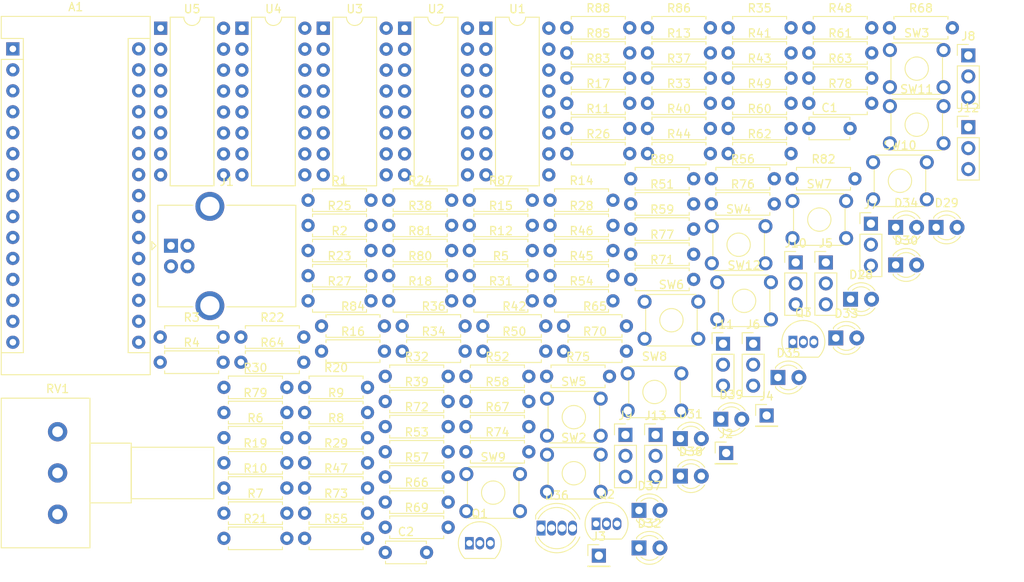
<source format=kicad_pcb>
(kicad_pcb (version 20171130) (host pcbnew 5.0.1-33cea8e~68~ubuntu18.04.1)
  (layers (0 F.Cu signal) (31 B.Cu signal) (34 B.Paste user) (35 F.Paste user) (36 B.SilkS user) (37 F.SilkS user) (38 B.Mask user) (39 F.Mask user) (44 Edge.Cuts user))
  (net 0 "")
  (net 1 "Net-(A1-Pad1)")
  (net 2 "Net-(A1-Pad17)")
  (net 3 "Net-(A1-Pad2)")
  (net 4 "Net-(A1-Pad18)")
  (net 5 "Net-(A1-Pad28)")
  (net 6 "Net-(A1-Pad19)")
  (net 7 GND)
  (net 8 "Net-(A1-Pad20)")
  (net 9 "Net-(A1-Pad5)")
  (net 10 "Net-(A1-Pad21)")
  (net 11 "Net-(A1-Pad6)")
  (net 12 "Net-(A1-Pad22)")
  (net 13 "Net-(A1-Pad7)")
  (net 14 "Net-(A1-Pad23)")
  (net 15 "Net-(A1-Pad8)")
  (net 16 "Net-(A1-Pad24)")
  (net 17 "Net-(A1-Pad9)")
  (net 18 "Net-(A1-Pad25)")
  (net 19 "Net-(A1-Pad10)")
  (net 20 "Net-(A1-Pad26)")
  (net 21 "Net-(A1-Pad11)")
  (net 22 +5V)
  (net 23 "Net-(A1-Pad12)")
  (net 24 "Net-(A1-Pad13)")
  (net 25 "Net-(A1-Pad14)")
  (net 26 "Net-(A1-Pad30)")
  (net 27 "Net-(A1-Pad15)")
  (net 28 "Net-(A1-Pad16)")
  (net 29 "Net-(C2-Pad2)")
  (net 30 "Net-(C2-Pad1)")
  (net 31 "Net-(D28-Pad2)")
  (net 32 "Net-(D29-Pad2)")
  (net 33 "Net-(D30-Pad2)")
  (net 34 "Net-(D31-Pad2)")
  (net 35 "Net-(D32-Pad2)")
  (net 36 "Net-(D33-Pad2)")
  (net 37 "Net-(D34-Pad2)")
  (net 38 "Net-(D35-Pad2)")
  (net 39 "Net-(D36-Pad2)")
  (net 40 "Net-(D36-Pad3)")
  (net 41 "Net-(D36-Pad4)")
  (net 42 "Net-(D37-Pad2)")
  (net 43 "Net-(D38-Pad2)")
  (net 44 "Net-(D39-Pad2)")
  (net 45 "Net-(J1-Pad2)")
  (net 46 "Net-(J1-Pad3)")
  (net 47 "Net-(J1-Pad5)")
  (net 48 "Net-(J2-Pad1)")
  (net 49 "Net-(J3-Pad1)")
  (net 50 "Net-(J4-Pad1)")
  (net 51 "Net-(J5-Pad1)")
  (net 52 "Net-(J5-Pad2)")
  (net 53 "Net-(J5-Pad3)")
  (net 54 "Net-(J6-Pad3)")
  (net 55 "Net-(J6-Pad2)")
  (net 56 "Net-(J6-Pad1)")
  (net 57 "Net-(J7-Pad1)")
  (net 58 "Net-(J7-Pad2)")
  (net 59 "Net-(J7-Pad3)")
  (net 60 "Net-(J8-Pad3)")
  (net 61 "Net-(J8-Pad2)")
  (net 62 "Net-(J8-Pad1)")
  (net 63 "Net-(J9-Pad1)")
  (net 64 "Net-(J9-Pad2)")
  (net 65 "Net-(J9-Pad3)")
  (net 66 "Net-(J10-Pad3)")
  (net 67 "Net-(J10-Pad2)")
  (net 68 "Net-(J10-Pad1)")
  (net 69 "Net-(J11-Pad1)")
  (net 70 "Net-(J11-Pad2)")
  (net 71 "Net-(J11-Pad3)")
  (net 72 "Net-(J12-Pad3)")
  (net 73 "Net-(J12-Pad2)")
  (net 74 "Net-(J12-Pad1)")
  (net 75 "Net-(J13-Pad1)")
  (net 76 "Net-(J13-Pad2)")
  (net 77 "Net-(J13-Pad3)")
  (net 78 "Net-(R4-Pad1)")
  (net 79 "Net-(R5-Pad1)")
  (net 80 "Net-(R6-Pad1)")
  (net 81 "Net-(R36-Pad2)")
  (net 82 "Net-(R9-Pad1)")
  (net 83 "Net-(R10-Pad1)")
  (net 84 "Net-(R11-Pad1)")
  (net 85 "Net-(R12-Pad1)")
  (net 86 "Net-(R13-Pad1)")
  (net 87 "Net-(R14-Pad1)")
  (net 88 "Net-(R15-Pad1)")
  (net 89 "Net-(R16-Pad1)")
  (net 90 "Net-(R17-Pad1)")
  (net 91 "Net-(R18-Pad1)")
  (net 92 "Net-(R19-Pad1)")
  (net 93 "Net-(R20-Pad1)")
  (net 94 "Net-(R21-Pad1)")
  (net 95 "Net-(R22-Pad1)")
  (net 96 "Net-(R23-Pad1)")
  (net 97 "Net-(R24-Pad1)")
  (net 98 "Net-(R25-Pad1)")
  (net 99 "Net-(R26-Pad1)")
  (net 100 "Net-(R27-Pad1)")
  (net 101 "Net-(R28-Pad1)")
  (net 102 "Net-(R29-Pad1)")
  (net 103 "Net-(R30-Pad1)")
  (net 104 "Net-(R31-Pad1)")
  (net 105 "Net-(R32-Pad1)")
  (net 106 "Net-(R33-Pad1)")
  (net 107 "Net-(R34-Pad1)")
  (net 108 "Net-(R35-Pad1)")
  (net 109 "Net-(R36-Pad1)")
  (net 110 "Net-(R37-Pad1)")
  (net 111 "Net-(R39-Pad2)")
  (net 112 "Net-(R40-Pad2)")
  (net 113 "Net-(R41-Pad2)")
  (net 114 "Net-(R42-Pad2)")
  (net 115 "Net-(R43-Pad1)")
  (net 116 "Net-(R44-Pad1)")
  (net 117 "Net-(R45-Pad1)")
  (net 118 "Net-(R46-Pad1)")
  (net 119 "Net-(R47-Pad1)")
  (net 120 "Net-(R48-Pad1)")
  (net 121 "Net-(R49-Pad1)")
  (net 122 "Net-(R50-Pad1)")
  (net 123 "Net-(R53-Pad2)")
  (net 124 "Net-(R54-Pad2)")
  (net 125 "Net-(R55-Pad2)")
  (net 126 "Net-(R58-Pad1)")
  (net 127 "Net-(R59-Pad1)")
  (net 128 "Net-(R60-Pad1)")
  (net 129 "Net-(R67-Pad2)")
  (net 130 "Net-(R68-Pad2)")
  (net 131 "Net-(R70-Pad2)")
  (net 132 "Net-(R71-Pad1)")
  (net 133 "Net-(R72-Pad1)")
  (net 134 "Net-(R73-Pad1)")
  (net 135 "Net-(R74-Pad1)")
  (net 136 "Net-(R75-Pad2)")
  (net 137 "Net-(R75-Pad1)")
  (net 138 "Net-(R76-Pad1)")
  (net 139 "Net-(R77-Pad1)")
  (net 140 "Net-(R78-Pad1)")
  (net 141 "Net-(R79-Pad1)")
  (net 142 "Net-(R80-Pad2)")
  (net 143 "Net-(R80-Pad1)")
  (net 144 "Net-(R81-Pad1)")
  (net 145 "Net-(R82-Pad1)")
  (net 146 "Net-(R83-Pad1)")
  (net 147 "Net-(R84-Pad1)")
  (net 148 "Net-(R85-Pad1)")
  (net 149 "Net-(R85-Pad2)")
  (net 150 "Net-(R86-Pad1)")
  (net 151 "Net-(R87-Pad1)")
  (net 152 "Net-(R88-Pad1)")
  (net 153 "Net-(R89-Pad1)")
  (net 154 "Net-(U1-Pad9)")
  (net 155 "Net-(U5-Pad7)")
  (net 156 "Net-(U5-Pad6)")
  (net 157 "Net-(U5-Pad9)")
  (module Module:Arduino_Nano (layer F.Cu) (at 65.055001 67.585001)
    (fp_text reference A1 (at 7.62 -5.08) (layer F.SilkS))
    (fp_text value Arduino_Nano_v3.x)
    (pad 1 thru_hole rect (at 0 0) (size 1.6 1.6) (drill 0.8) (layers *.Cu *.Mask) (net 1 "Net-(A1-Pad1)"))
    (pad 17 thru_hole oval (at 15.24 33.02) (size 1.6 1.6) (drill 0.8) (layers *.Cu *.Mask) (net 2 "Net-(A1-Pad17)"))
    (pad 2 thru_hole oval (at 0 2.54) (size 1.6 1.6) (drill 0.8) (layers *.Cu *.Mask) (net 3 "Net-(A1-Pad2)"))
    (pad 18 thru_hole oval (at 15.24 30.48) (size 1.6 1.6) (drill 0.8) (layers *.Cu *.Mask) (net 4 "Net-(A1-Pad18)"))
    (pad 3 thru_hole oval (at 0 5.08) (size 1.6 1.6) (drill 0.8) (layers *.Cu *.Mask) (net 5 "Net-(A1-Pad28)"))
    (pad 19 thru_hole oval (at 15.24 27.94) (size 1.6 1.6) (drill 0.8) (layers *.Cu *.Mask) (net 6 "Net-(A1-Pad19)"))
    (pad 4 thru_hole oval (at 0 7.62) (size 1.6 1.6) (drill 0.8) (layers *.Cu *.Mask) (net 7 GND))
    (pad 20 thru_hole oval (at 15.24 25.4) (size 1.6 1.6) (drill 0.8) (layers *.Cu *.Mask) (net 8 "Net-(A1-Pad20)"))
    (pad 5 thru_hole oval (at 0 10.16) (size 1.6 1.6) (drill 0.8) (layers *.Cu *.Mask) (net 9 "Net-(A1-Pad5)"))
    (pad 21 thru_hole oval (at 15.24 22.86) (size 1.6 1.6) (drill 0.8) (layers *.Cu *.Mask) (net 10 "Net-(A1-Pad21)"))
    (pad 6 thru_hole oval (at 0 12.7) (size 1.6 1.6) (drill 0.8) (layers *.Cu *.Mask) (net 11 "Net-(A1-Pad6)"))
    (pad 22 thru_hole oval (at 15.24 20.32) (size 1.6 1.6) (drill 0.8) (layers *.Cu *.Mask) (net 12 "Net-(A1-Pad22)"))
    (pad 7 thru_hole oval (at 0 15.24) (size 1.6 1.6) (drill 0.8) (layers *.Cu *.Mask) (net 13 "Net-(A1-Pad7)"))
    (pad 23 thru_hole oval (at 15.24 17.78) (size 1.6 1.6) (drill 0.8) (layers *.Cu *.Mask) (net 14 "Net-(A1-Pad23)"))
    (pad 8 thru_hole oval (at 0 17.78) (size 1.6 1.6) (drill 0.8) (layers *.Cu *.Mask) (net 15 "Net-(A1-Pad8)"))
    (pad 24 thru_hole oval (at 15.24 15.24) (size 1.6 1.6) (drill 0.8) (layers *.Cu *.Mask) (net 16 "Net-(A1-Pad24)"))
    (pad 9 thru_hole oval (at 0 20.32) (size 1.6 1.6) (drill 0.8) (layers *.Cu *.Mask) (net 17 "Net-(A1-Pad9)"))
    (pad 25 thru_hole oval (at 15.24 12.7) (size 1.6 1.6) (drill 0.8) (layers *.Cu *.Mask) (net 18 "Net-(A1-Pad25)"))
    (pad 10 thru_hole oval (at 0 22.86) (size 1.6 1.6) (drill 0.8) (layers *.Cu *.Mask) (net 19 "Net-(A1-Pad10)"))
    (pad 26 thru_hole oval (at 15.24 10.16) (size 1.6 1.6) (drill 0.8) (layers *.Cu *.Mask) (net 20 "Net-(A1-Pad26)"))
    (pad 11 thru_hole oval (at 0 25.4) (size 1.6 1.6) (drill 0.8) (layers *.Cu *.Mask) (net 21 "Net-(A1-Pad11)"))
    (pad 27 thru_hole oval (at 15.24 7.62) (size 1.6 1.6) (drill 0.8) (layers *.Cu *.Mask) (net 22 +5V))
    (pad 12 thru_hole oval (at 0 27.94) (size 1.6 1.6) (drill 0.8) (layers *.Cu *.Mask) (net 23 "Net-(A1-Pad12)"))
    (pad 28 thru_hole oval (at 15.24 5.08) (size 1.6 1.6) (drill 0.8) (layers *.Cu *.Mask) (net 5 "Net-(A1-Pad28)"))
    (pad 13 thru_hole oval (at 0 30.48) (size 1.6 1.6) (drill 0.8) (layers *.Cu *.Mask) (net 24 "Net-(A1-Pad13)"))
    (pad 29 thru_hole oval (at 15.24 2.54) (size 1.6 1.6) (drill 0.8) (layers *.Cu *.Mask) (net 7 GND))
    (pad 14 thru_hole oval (at 0 33.02) (size 1.6 1.6) (drill 0.8) (layers *.Cu *.Mask) (net 25 "Net-(A1-Pad14)"))
    (pad 30 thru_hole oval (at 15.24 0) (size 1.6 1.6) (drill 0.8) (layers *.Cu *.Mask) (net 26 "Net-(A1-Pad30)"))
    (pad 15 thru_hole oval (at 0 35.56) (size 1.6 1.6) (drill 0.8) (layers *.Cu *.Mask) (net 27 "Net-(A1-Pad15)"))
    (pad 16 thru_hole oval (at 15.24 35.56) (size 1.6 1.6) (drill 0.8) (layers *.Cu *.Mask) (net 28 "Net-(A1-Pad16)"))
  )
  (module Capacitor_THT:C_Disc_D4.7mm_W2.5mm_P5.00mm (layer F.Cu) (at 161.465001 77.225001)
    (fp_text reference C1 (at 2.5 -2.5) (layer F.SilkS))
    (fp_text value 100n)
    (pad 1 thru_hole circle (at 0 0) (size 1.6 1.6) (drill 0.8) (layers *.Cu *.Mask) (net 22 +5V))
    (pad 2 thru_hole circle (at 5 0) (size 1.6 1.6) (drill 0.8) (layers *.Cu *.Mask) (net 7 GND))
  )
  (module Capacitor_THT:C_Disc_D4.7mm_W2.5mm_P5.00mm (layer F.Cu) (at 110.165001 128.625001)
    (fp_text reference C2 (at 2.5 -2.5) (layer F.SilkS))
    (fp_text value 100n)
    (pad 2 thru_hole circle (at 5 0) (size 1.6 1.6) (drill 0.8) (layers *.Cu *.Mask) (net 29 "Net-(C2-Pad2)"))
    (pad 1 thru_hole circle (at 0 0) (size 1.6 1.6) (drill 0.8) (layers *.Cu *.Mask) (net 30 "Net-(C2-Pad1)"))
  )
  (module LED_THT:LED_D3.0mm (layer F.Cu) (at 166.525001 97.925001)
    (fp_text reference D28 (at 1.27 -2.96) (layer F.SilkS))
    (fp_text value LED)
    (pad 2 thru_hole circle (at 2.54 0) (size 1.8 1.8) (drill 0.9) (layers *.Cu *.Mask) (net 31 "Net-(D28-Pad2)"))
    (pad 1 thru_hole rect (at 0 0) (size 1.8 1.8) (drill 0.9) (layers *.Cu *.Mask) (net 7 GND))
  )
  (module LED_THT:LED_D3.0mm (layer F.Cu) (at 176.885001 89.225001)
    (fp_text reference D29 (at 1.27 -2.96) (layer F.SilkS))
    (fp_text value LED)
    (pad 1 thru_hole rect (at 0 0) (size 1.8 1.8) (drill 0.9) (layers *.Cu *.Mask) (net 7 GND))
    (pad 2 thru_hole circle (at 2.54 0) (size 1.8 1.8) (drill 0.9) (layers *.Cu *.Mask) (net 32 "Net-(D29-Pad2)"))
  )
  (module LED_THT:LED_D3.0mm (layer F.Cu) (at 171.985001 93.775001)
    (fp_text reference D30 (at 1.27 -2.96) (layer F.SilkS))
    (fp_text value LED)
    (pad 1 thru_hole rect (at 0 0) (size 1.8 1.8) (drill 0.9) (layers *.Cu *.Mask) (net 7 GND))
    (pad 2 thru_hole circle (at 2.54 0) (size 1.8 1.8) (drill 0.9) (layers *.Cu *.Mask) (net 33 "Net-(D30-Pad2)"))
  )
  (module LED_THT:LED_D3.0mm (layer F.Cu) (at 145.905001 114.825001)
    (fp_text reference D31 (at 1.27 -2.96) (layer F.SilkS))
    (fp_text value LED)
    (pad 2 thru_hole circle (at 2.54 0) (size 1.8 1.8) (drill 0.9) (layers *.Cu *.Mask) (net 34 "Net-(D31-Pad2)"))
    (pad 1 thru_hole rect (at 0 0) (size 1.8 1.8) (drill 0.9) (layers *.Cu *.Mask) (net 7 GND))
  )
  (module LED_THT:LED_D3.0mm (layer F.Cu) (at 140.895001 128.075001)
    (fp_text reference D32 (at 1.27 -2.96) (layer F.SilkS))
    (fp_text value LED)
    (pad 2 thru_hole circle (at 2.54 0) (size 1.8 1.8) (drill 0.9) (layers *.Cu *.Mask) (net 35 "Net-(D32-Pad2)"))
    (pad 1 thru_hole rect (at 0 0) (size 1.8 1.8) (drill 0.9) (layers *.Cu *.Mask) (net 7 GND))
  )
  (module LED_THT:LED_D3.0mm (layer F.Cu) (at 164.735001 102.625001)
    (fp_text reference D33 (at 1.27 -2.96) (layer F.SilkS))
    (fp_text value LED)
    (pad 1 thru_hole rect (at 0 0) (size 1.8 1.8) (drill 0.9) (layers *.Cu *.Mask) (net 7 GND))
    (pad 2 thru_hole circle (at 2.54 0) (size 1.8 1.8) (drill 0.9) (layers *.Cu *.Mask) (net 36 "Net-(D33-Pad2)"))
  )
  (module LED_THT:LED_D3.0mm (layer F.Cu) (at 171.985001 89.225001)
    (fp_text reference D34 (at 1.27 -2.96) (layer F.SilkS))
    (fp_text value LED)
    (pad 2 thru_hole circle (at 2.54 0) (size 1.8 1.8) (drill 0.9) (layers *.Cu *.Mask) (net 37 "Net-(D34-Pad2)"))
    (pad 1 thru_hole rect (at 0 0) (size 1.8 1.8) (drill 0.9) (layers *.Cu *.Mask) (net 7 GND))
  )
  (module LED_THT:LED_D3.0mm (layer F.Cu) (at 157.725001 107.415001)
    (fp_text reference D35 (at 1.27 -2.96) (layer F.SilkS))
    (fp_text value LED)
    (pad 1 thru_hole rect (at 0 0) (size 1.8 1.8) (drill 0.9) (layers *.Cu *.Mask) (net 7 GND))
    (pad 2 thru_hole circle (at 2.54 0) (size 1.8 1.8) (drill 0.9) (layers *.Cu *.Mask) (net 38 "Net-(D35-Pad2)"))
  )
  (module LED_THT:LED_D5.0mm-4_RGB (layer F.Cu) (at 129.035001 125.675001)
    (fp_text reference D36 (at 1.905 -3.96) (layer F.SilkS))
    (fp_text value LED_CRGB)
    (pad 1 thru_hole rect (at 0 0) (size 1.07 1.8) (drill 0.9) (layers *.Cu *.Mask) (net 7 GND))
    (pad 2 thru_hole oval (at 1.27 0) (size 1.07 1.8) (drill 0.9) (layers *.Cu *.Mask) (net 39 "Net-(D36-Pad2)"))
    (pad 3 thru_hole oval (at 2.54 0) (size 1.07 1.8) (drill 0.9) (layers *.Cu *.Mask) (net 40 "Net-(D36-Pad3)"))
    (pad 4 thru_hole oval (at 3.81 0) (size 1.07 1.8) (drill 0.9) (layers *.Cu *.Mask) (net 41 "Net-(D36-Pad4)"))
  )
  (module LED_THT:LED_D3.0mm (layer F.Cu) (at 140.895001 123.525001)
    (fp_text reference D37 (at 1.27 -2.96) (layer F.SilkS))
    (fp_text value LED)
    (pad 2 thru_hole circle (at 2.54 0) (size 1.8 1.8) (drill 0.9) (layers *.Cu *.Mask) (net 42 "Net-(D37-Pad2)"))
    (pad 1 thru_hole rect (at 0 0) (size 1.8 1.8) (drill 0.9) (layers *.Cu *.Mask) (net 7 GND))
  )
  (module LED_THT:LED_D3.0mm (layer F.Cu) (at 145.905001 119.375001)
    (fp_text reference D38 (at 1.27 -2.96) (layer F.SilkS))
    (fp_text value LED)
    (pad 1 thru_hole rect (at 0 0) (size 1.8 1.8) (drill 0.9) (layers *.Cu *.Mask) (net 7 GND))
    (pad 2 thru_hole circle (at 2.54 0) (size 1.8 1.8) (drill 0.9) (layers *.Cu *.Mask) (net 43 "Net-(D38-Pad2)"))
  )
  (module LED_THT:LED_D3.0mm (layer F.Cu) (at 150.805001 112.475001)
    (fp_text reference D39 (at 1.27 -2.96) (layer F.SilkS))
    (fp_text value LED)
    (pad 1 thru_hole rect (at 0 0) (size 1.8 1.8) (drill 0.9) (layers *.Cu *.Mask) (net 7 GND))
    (pad 2 thru_hole circle (at 2.54 0) (size 1.8 1.8) (drill 0.9) (layers *.Cu *.Mask) (net 44 "Net-(D39-Pad2)"))
  )
  (module Connector_USB:USB_B_OST_USB-B1HSxx_Horizontal (layer F.Cu) (at 84.210001 91.445001)
    (fp_text reference J1 (at 6.76 -7.77) (layer F.SilkS))
    (fp_text value USB_B)
    (pad 1 thru_hole rect (at 0 0) (size 1.7 1.7) (drill 0.92) (layers *.Cu *.Mask) (net 22 +5V))
    (pad 2 thru_hole circle (at 0 2.5) (size 1.7 1.7) (drill 0.92) (layers *.Cu *.Mask) (net 45 "Net-(J1-Pad2)"))
    (pad 3 thru_hole circle (at 2 2.5) (size 1.7 1.7) (drill 0.92) (layers *.Cu *.Mask) (net 46 "Net-(J1-Pad3)"))
    (pad 4 thru_hole circle (at 2 0) (size 1.7 1.7) (drill 0.92) (layers *.Cu *.Mask) (net 7 GND))
    (pad 5 thru_hole circle (at 4.71 -4.77) (size 3.5 3.5) (drill 2.33) (layers *.Cu *.Mask) (net 47 "Net-(J1-Pad5)"))
    (pad 5 thru_hole circle (at 4.71 7.27) (size 3.5 3.5) (drill 2.33) (layers *.Cu *.Mask) (net 47 "Net-(J1-Pad5)"))
  )
  (module Connector_PinHeader_2.54mm:PinHeader_1x01_P2.54mm_Vertical (layer F.Cu) (at 151.455001 116.575001)
    (fp_text reference J2 (at 0 -2.33) (layer F.SilkS))
    (fp_text value Conn_01x01_Male)
    (pad 1 thru_hole rect (at 0 0) (size 1.7 1.7) (drill 1) (layers *.Cu *.Mask) (net 48 "Net-(J2-Pad1)"))
  )
  (module Connector_PinHeader_2.54mm:PinHeader_1x01_P2.54mm_Vertical (layer F.Cu) (at 136.035001 129.015001)
    (fp_text reference J3 (at 0 -2.33) (layer F.SilkS))
    (fp_text value Conn_01x01_Male)
    (pad 1 thru_hole rect (at 0 0) (size 1.7 1.7) (drill 1) (layers *.Cu *.Mask) (net 49 "Net-(J3-Pad1)"))
  )
  (module Connector_PinHeader_2.54mm:PinHeader_1x01_P2.54mm_Vertical (layer F.Cu) (at 156.355001 112.025001)
    (fp_text reference J4 (at 0 -2.33) (layer F.SilkS))
    (fp_text value Conn_01x01_Male)
    (pad 1 thru_hole rect (at 0 0) (size 1.7 1.7) (drill 1) (layers *.Cu *.Mask) (net 50 "Net-(J4-Pad1)"))
  )
  (module Connector_PinHeader_2.54mm:PinHeader_1x03_P2.54mm_Vertical (layer F.Cu) (at 163.525001 93.475001)
    (fp_text reference J5 (at 0 -2.33) (layer F.SilkS))
    (fp_text value Conn_01x03_Male)
    (pad 1 thru_hole rect (at 0 0) (size 1.7 1.7) (drill 1) (layers *.Cu *.Mask) (net 51 "Net-(J5-Pad1)"))
    (pad 2 thru_hole oval (at 0 2.54) (size 1.7 1.7) (drill 1) (layers *.Cu *.Mask) (net 52 "Net-(J5-Pad2)"))
    (pad 3 thru_hole oval (at 0 5.08) (size 1.7 1.7) (drill 1) (layers *.Cu *.Mask) (net 53 "Net-(J5-Pad3)"))
  )
  (module Connector_PinHeader_2.54mm:PinHeader_1x03_P2.54mm_Vertical (layer F.Cu) (at 154.725001 103.325001)
    (fp_text reference J6 (at 0 -2.33) (layer F.SilkS))
    (fp_text value Conn_01x03_Male)
    (pad 3 thru_hole oval (at 0 5.08) (size 1.7 1.7) (drill 1) (layers *.Cu *.Mask) (net 54 "Net-(J6-Pad3)"))
    (pad 2 thru_hole oval (at 0 2.54) (size 1.7 1.7) (drill 1) (layers *.Cu *.Mask) (net 55 "Net-(J6-Pad2)"))
    (pad 1 thru_hole rect (at 0 0) (size 1.7 1.7) (drill 1) (layers *.Cu *.Mask) (net 56 "Net-(J6-Pad1)"))
  )
  (module Connector_PinHeader_2.54mm:PinHeader_1x03_P2.54mm_Vertical (layer F.Cu) (at 168.985001 88.775001)
    (fp_text reference J7 (at 0 -2.33) (layer F.SilkS))
    (fp_text value Conn_01x03_Male)
    (pad 1 thru_hole rect (at 0 0) (size 1.7 1.7) (drill 1) (layers *.Cu *.Mask) (net 57 "Net-(J7-Pad1)"))
    (pad 2 thru_hole oval (at 0 2.54) (size 1.7 1.7) (drill 1) (layers *.Cu *.Mask) (net 58 "Net-(J7-Pad2)"))
    (pad 3 thru_hole oval (at 0 5.08) (size 1.7 1.7) (drill 1) (layers *.Cu *.Mask) (net 59 "Net-(J7-Pad3)"))
  )
  (module Connector_PinHeader_2.54mm:PinHeader_1x03_P2.54mm_Vertical (layer F.Cu) (at 180.785001 68.375001)
    (fp_text reference J8 (at 0 -2.33) (layer F.SilkS))
    (fp_text value Conn_01x03_Male)
    (pad 3 thru_hole oval (at 0 5.08) (size 1.7 1.7) (drill 1) (layers *.Cu *.Mask) (net 60 "Net-(J8-Pad3)"))
    (pad 2 thru_hole oval (at 0 2.54) (size 1.7 1.7) (drill 1) (layers *.Cu *.Mask) (net 61 "Net-(J8-Pad2)"))
    (pad 1 thru_hole rect (at 0 0) (size 1.7 1.7) (drill 1) (layers *.Cu *.Mask) (net 62 "Net-(J8-Pad1)"))
  )
  (module Connector_PinHeader_2.54mm:PinHeader_1x03_P2.54mm_Vertical (layer F.Cu) (at 139.255001 114.375001)
    (fp_text reference J9 (at 0 -2.33) (layer F.SilkS))
    (fp_text value Conn_01x03_Male)
    (pad 1 thru_hole rect (at 0 0) (size 1.7 1.7) (drill 1) (layers *.Cu *.Mask) (net 63 "Net-(J9-Pad1)"))
    (pad 2 thru_hole oval (at 0 2.54) (size 1.7 1.7) (drill 1) (layers *.Cu *.Mask) (net 64 "Net-(J9-Pad2)"))
    (pad 3 thru_hole oval (at 0 5.08) (size 1.7 1.7) (drill 1) (layers *.Cu *.Mask) (net 65 "Net-(J9-Pad3)"))
  )
  (module Connector_PinHeader_2.54mm:PinHeader_1x03_P2.54mm_Vertical (layer F.Cu) (at 159.875001 93.475001)
    (fp_text reference J10 (at 0 -2.33) (layer F.SilkS))
    (fp_text value Conn_01x03_Male)
    (pad 3 thru_hole oval (at 0 5.08) (size 1.7 1.7) (drill 1) (layers *.Cu *.Mask) (net 66 "Net-(J10-Pad3)"))
    (pad 2 thru_hole oval (at 0 2.54) (size 1.7 1.7) (drill 1) (layers *.Cu *.Mask) (net 67 "Net-(J10-Pad2)"))
    (pad 1 thru_hole rect (at 0 0) (size 1.7 1.7) (drill 1) (layers *.Cu *.Mask) (net 68 "Net-(J10-Pad1)"))
  )
  (module Connector_PinHeader_2.54mm:PinHeader_1x03_P2.54mm_Vertical (layer F.Cu) (at 151.075001 103.325001)
    (fp_text reference J11 (at 0 -2.33) (layer F.SilkS))
    (fp_text value Conn_01x03_Male)
    (pad 1 thru_hole rect (at 0 0) (size 1.7 1.7) (drill 1) (layers *.Cu *.Mask) (net 69 "Net-(J11-Pad1)"))
    (pad 2 thru_hole oval (at 0 2.54) (size 1.7 1.7) (drill 1) (layers *.Cu *.Mask) (net 70 "Net-(J11-Pad2)"))
    (pad 3 thru_hole oval (at 0 5.08) (size 1.7 1.7) (drill 1) (layers *.Cu *.Mask) (net 71 "Net-(J11-Pad3)"))
  )
  (module Connector_PinHeader_2.54mm:PinHeader_1x03_P2.54mm_Vertical (layer F.Cu) (at 180.785001 77.075001)
    (fp_text reference J12 (at 0 -2.33) (layer F.SilkS))
    (fp_text value Conn_01x03_Male)
    (pad 3 thru_hole oval (at 0 5.08) (size 1.7 1.7) (drill 1) (layers *.Cu *.Mask) (net 72 "Net-(J12-Pad3)"))
    (pad 2 thru_hole oval (at 0 2.54) (size 1.7 1.7) (drill 1) (layers *.Cu *.Mask) (net 73 "Net-(J12-Pad2)"))
    (pad 1 thru_hole rect (at 0 0) (size 1.7 1.7) (drill 1) (layers *.Cu *.Mask) (net 74 "Net-(J12-Pad1)"))
  )
  (module Connector_PinHeader_2.54mm:PinHeader_1x03_P2.54mm_Vertical (layer F.Cu) (at 142.905001 114.375001)
    (fp_text reference J13 (at 0 -2.33) (layer F.SilkS))
    (fp_text value Conn_01x03_Male)
    (pad 1 thru_hole rect (at 0 0) (size 1.7 1.7) (drill 1) (layers *.Cu *.Mask) (net 75 "Net-(J13-Pad1)"))
    (pad 2 thru_hole oval (at 0 2.54) (size 1.7 1.7) (drill 1) (layers *.Cu *.Mask) (net 76 "Net-(J13-Pad2)"))
    (pad 3 thru_hole oval (at 0 5.08) (size 1.7 1.7) (drill 1) (layers *.Cu *.Mask) (net 77 "Net-(J13-Pad3)"))
  )
  (module Package_TO_SOT_THT:TO-92_Inline (layer F.Cu) (at 120.345001 127.505001)
    (fp_text reference Q1 (at 1.27 -3.56) (layer F.SilkS))
    (fp_text value BC337)
    (pad 1 thru_hole rect (at 0 0) (size 1.05 1.5) (drill 0.75) (layers *.Cu *.Mask) (net 48 "Net-(J2-Pad1)"))
    (pad 3 thru_hole oval (at 2.54 0) (size 1.05 1.5) (drill 0.75) (layers *.Cu *.Mask) (net 7 GND))
    (pad 2 thru_hole oval (at 1.27 0) (size 1.05 1.5) (drill 0.75) (layers *.Cu *.Mask) (net 25 "Net-(A1-Pad14)"))
  )
  (module Package_TO_SOT_THT:TO-92_Inline (layer F.Cu) (at 135.695001 125.155001)
    (fp_text reference Q2 (at 1.27 -3.56) (layer F.SilkS))
    (fp_text value BC337)
    (pad 2 thru_hole oval (at 1.27 0) (size 1.05 1.5) (drill 0.75) (layers *.Cu *.Mask) (net 24 "Net-(A1-Pad13)"))
    (pad 3 thru_hole oval (at 2.54 0) (size 1.05 1.5) (drill 0.75) (layers *.Cu *.Mask) (net 7 GND))
    (pad 1 thru_hole rect (at 0 0) (size 1.05 1.5) (drill 0.75) (layers *.Cu *.Mask) (net 49 "Net-(J3-Pad1)"))
  )
  (module Package_TO_SOT_THT:TO-92_Inline (layer F.Cu) (at 159.535001 103.105001)
    (fp_text reference Q3 (at 1.27 -3.56) (layer F.SilkS))
    (fp_text value BC337)
    (pad 2 thru_hole oval (at 1.27 0) (size 1.05 1.5) (drill 0.75) (layers *.Cu *.Mask) (net 23 "Net-(A1-Pad12)"))
    (pad 3 thru_hole oval (at 2.54 0) (size 1.05 1.5) (drill 0.75) (layers *.Cu *.Mask) (net 7 GND))
    (pad 1 thru_hole rect (at 0 0) (size 1.05 1.5) (drill 0.75) (layers *.Cu *.Mask) (net 50 "Net-(J4-Pad1)"))
  )
  (module Resistor_THT:R_Axial_DIN0207_L6.3mm_D2.5mm_P7.62mm_Horizontal (layer F.Cu) (at 100.815001 85.925001)
    (fp_text reference R1 (at 3.81 -2.37) (layer F.SilkS))
    (fp_text value 10K)
    (pad 2 thru_hole oval (at 7.62 0) (size 1.6 1.6) (drill 0.8) (layers *.Cu *.Mask) (net 25 "Net-(A1-Pad14)"))
    (pad 1 thru_hole circle (at 0 0) (size 1.6 1.6) (drill 0.8) (layers *.Cu *.Mask) (net 7 GND))
  )
  (module Resistor_THT:R_Axial_DIN0207_L6.3mm_D2.5mm_P7.62mm_Horizontal (layer F.Cu) (at 100.815001 92.025001)
    (fp_text reference R2 (at 3.81 -2.37) (layer F.SilkS))
    (fp_text value 10K)
    (pad 1 thru_hole circle (at 0 0) (size 1.6 1.6) (drill 0.8) (layers *.Cu *.Mask) (net 7 GND))
    (pad 2 thru_hole oval (at 7.62 0) (size 1.6 1.6) (drill 0.8) (layers *.Cu *.Mask) (net 24 "Net-(A1-Pad13)"))
  )
  (module Resistor_THT:R_Axial_DIN0207_L6.3mm_D2.5mm_P7.62mm_Horizontal (layer F.Cu) (at 82.905001 102.515001)
    (fp_text reference R3 (at 3.81 -2.37) (layer F.SilkS))
    (fp_text value 10K)
    (pad 2 thru_hole oval (at 7.62 0) (size 1.6 1.6) (drill 0.8) (layers *.Cu *.Mask) (net 23 "Net-(A1-Pad12)"))
    (pad 1 thru_hole circle (at 0 0) (size 1.6 1.6) (drill 0.8) (layers *.Cu *.Mask) (net 7 GND))
  )
  (module Resistor_THT:R_Axial_DIN0207_L6.3mm_D2.5mm_P7.62mm_Horizontal (layer F.Cu) (at 82.905001 105.565001)
    (fp_text reference R4 (at 3.81 -2.37) (layer F.SilkS))
    (fp_text value 1K)
    (pad 1 thru_hole circle (at 0 0) (size 1.6 1.6) (drill 0.8) (layers *.Cu *.Mask) (net 78 "Net-(R4-Pad1)"))
    (pad 2 thru_hole oval (at 7.62 0) (size 1.6 1.6) (drill 0.8) (layers *.Cu *.Mask) (net 25 "Net-(A1-Pad14)"))
  )
  (module Resistor_THT:R_Axial_DIN0207_L6.3mm_D2.5mm_P7.62mm_Horizontal (layer F.Cu) (at 120.355001 95.075001)
    (fp_text reference R5 (at 3.81 -2.37) (layer F.SilkS))
    (fp_text value 1K)
    (pad 2 thru_hole oval (at 7.62 0) (size 1.6 1.6) (drill 0.8) (layers *.Cu *.Mask) (net 24 "Net-(A1-Pad13)"))
    (pad 1 thru_hole circle (at 0 0) (size 1.6 1.6) (drill 0.8) (layers *.Cu *.Mask) (net 79 "Net-(R5-Pad1)"))
  )
  (module Resistor_THT:R_Axial_DIN0207_L6.3mm_D2.5mm_P7.62mm_Horizontal (layer F.Cu) (at 90.625001 114.715001)
    (fp_text reference R6 (at 3.81 -2.37) (layer F.SilkS))
    (fp_text value 1K)
    (pad 1 thru_hole circle (at 0 0) (size 1.6 1.6) (drill 0.8) (layers *.Cu *.Mask) (net 80 "Net-(R6-Pad1)"))
    (pad 2 thru_hole oval (at 7.62 0) (size 1.6 1.6) (drill 0.8) (layers *.Cu *.Mask) (net 23 "Net-(A1-Pad12)"))
  )
  (module Resistor_THT:R_Axial_DIN0207_L6.3mm_D2.5mm_P7.62mm_Horizontal (layer F.Cu) (at 90.625001 123.865001)
    (fp_text reference R7 (at 3.81 -2.37) (layer F.SilkS))
    (fp_text value 220)
    (pad 1 thru_hole circle (at 0 0) (size 1.6 1.6) (drill 0.8) (layers *.Cu *.Mask) (net 81 "Net-(R36-Pad2)"))
    (pad 2 thru_hole oval (at 7.62 0) (size 1.6 1.6) (drill 0.8) (layers *.Cu *.Mask) (net 22 +5V))
  )
  (module Resistor_THT:R_Axial_DIN0207_L6.3mm_D2.5mm_P7.62mm_Horizontal (layer F.Cu) (at 100.395001 114.715001)
    (fp_text reference R8 (at 3.81 -2.37) (layer F.SilkS))
    (fp_text value 10K)
    (pad 2 thru_hole oval (at 7.62 0) (size 1.6 1.6) (drill 0.8) (layers *.Cu *.Mask) (net 4 "Net-(A1-Pad18)"))
    (pad 1 thru_hole circle (at 0 0) (size 1.6 1.6) (drill 0.8) (layers *.Cu *.Mask) (net 22 +5V))
  )
  (module Resistor_THT:R_Axial_DIN0207_L6.3mm_D2.5mm_P7.62mm_Horizontal (layer F.Cu) (at 100.395001 111.665001)
    (fp_text reference R9 (at 3.81 -2.37) (layer F.SilkS))
    (fp_text value 220)
    (pad 1 thru_hole circle (at 0 0) (size 1.6 1.6) (drill 0.8) (layers *.Cu *.Mask) (net 82 "Net-(R9-Pad1)"))
    (pad 2 thru_hole oval (at 7.62 0) (size 1.6 1.6) (drill 0.8) (layers *.Cu *.Mask) (net 53 "Net-(J5-Pad3)"))
  )
  (module Resistor_THT:R_Axial_DIN0207_L6.3mm_D2.5mm_P7.62mm_Horizontal (layer F.Cu) (at 90.625001 120.815001)
    (fp_text reference R10 (at 3.81 -2.37) (layer F.SilkS))
    (fp_text value 220)
    (pad 1 thru_hole circle (at 0 0) (size 1.6 1.6) (drill 0.8) (layers *.Cu *.Mask) (net 83 "Net-(R10-Pad1)"))
    (pad 2 thru_hole oval (at 7.62 0) (size 1.6 1.6) (drill 0.8) (layers *.Cu *.Mask) (net 52 "Net-(J5-Pad2)"))
  )
  (module Resistor_THT:R_Axial_DIN0207_L6.3mm_D2.5mm_P7.62mm_Horizontal (layer F.Cu) (at 132.155001 77.225001)
    (fp_text reference R11 (at 3.81 -2.37) (layer F.SilkS))
    (fp_text value 220)
    (pad 2 thru_hole oval (at 7.62 0) (size 1.6 1.6) (drill 0.8) (layers *.Cu *.Mask) (net 51 "Net-(J5-Pad1)"))
    (pad 1 thru_hole circle (at 0 0) (size 1.6 1.6) (drill 0.8) (layers *.Cu *.Mask) (net 84 "Net-(R11-Pad1)"))
  )
  (module Resistor_THT:R_Axial_DIN0207_L6.3mm_D2.5mm_P7.62mm_Horizontal (layer F.Cu) (at 120.355001 92.025001)
    (fp_text reference R12 (at 3.81 -2.37) (layer F.SilkS))
    (fp_text value 220)
    (pad 2 thru_hole oval (at 7.62 0) (size 1.6 1.6) (drill 0.8) (layers *.Cu *.Mask) (net 54 "Net-(J6-Pad3)"))
    (pad 1 thru_hole circle (at 0 0) (size 1.6 1.6) (drill 0.8) (layers *.Cu *.Mask) (net 85 "Net-(R12-Pad1)"))
  )
  (module Resistor_THT:R_Axial_DIN0207_L6.3mm_D2.5mm_P7.62mm_Horizontal (layer F.Cu) (at 141.925001 68.075001)
    (fp_text reference R13 (at 3.81 -2.37) (layer F.SilkS))
    (fp_text value 220)
    (pad 2 thru_hole oval (at 7.62 0) (size 1.6 1.6) (drill 0.8) (layers *.Cu *.Mask) (net 55 "Net-(J6-Pad2)"))
    (pad 1 thru_hole circle (at 0 0) (size 1.6 1.6) (drill 0.8) (layers *.Cu *.Mask) (net 86 "Net-(R13-Pad1)"))
  )
  (module Resistor_THT:R_Axial_DIN0207_L6.3mm_D2.5mm_P7.62mm_Horizontal (layer F.Cu) (at 130.125001 85.925001)
    (fp_text reference R14 (at 3.81 -2.37) (layer F.SilkS))
    (fp_text value 220)
    (pad 1 thru_hole circle (at 0 0) (size 1.6 1.6) (drill 0.8) (layers *.Cu *.Mask) (net 87 "Net-(R14-Pad1)"))
    (pad 2 thru_hole oval (at 7.62 0) (size 1.6 1.6) (drill 0.8) (layers *.Cu *.Mask) (net 56 "Net-(J6-Pad1)"))
  )
  (module Resistor_THT:R_Axial_DIN0207_L6.3mm_D2.5mm_P7.62mm_Horizontal (layer F.Cu) (at 120.355001 88.975001)
    (fp_text reference R15 (at 3.81 -2.37) (layer F.SilkS))
    (fp_text value 220)
    (pad 1 thru_hole circle (at 0 0) (size 1.6 1.6) (drill 0.8) (layers *.Cu *.Mask) (net 88 "Net-(R15-Pad1)"))
    (pad 2 thru_hole oval (at 7.62 0) (size 1.6 1.6) (drill 0.8) (layers *.Cu *.Mask) (net 59 "Net-(J7-Pad3)"))
  )
  (module Resistor_THT:R_Axial_DIN0207_L6.3mm_D2.5mm_P7.62mm_Horizontal (layer F.Cu) (at 102.445001 104.225001)
    (fp_text reference R16 (at 3.81 -2.37) (layer F.SilkS))
    (fp_text value 220)
    (pad 1 thru_hole circle (at 0 0) (size 1.6 1.6) (drill 0.8) (layers *.Cu *.Mask) (net 89 "Net-(R16-Pad1)"))
    (pad 2 thru_hole oval (at 7.62 0) (size 1.6 1.6) (drill 0.8) (layers *.Cu *.Mask) (net 58 "Net-(J7-Pad2)"))
  )
  (module Resistor_THT:R_Axial_DIN0207_L6.3mm_D2.5mm_P7.62mm_Horizontal (layer F.Cu) (at 132.155001 74.175001)
    (fp_text reference R17 (at 3.81 -2.37) (layer F.SilkS))
    (fp_text value 220)
    (pad 2 thru_hole oval (at 7.62 0) (size 1.6 1.6) (drill 0.8) (layers *.Cu *.Mask) (net 57 "Net-(J7-Pad1)"))
    (pad 1 thru_hole circle (at 0 0) (size 1.6 1.6) (drill 0.8) (layers *.Cu *.Mask) (net 90 "Net-(R17-Pad1)"))
  )
  (module Resistor_THT:R_Axial_DIN0207_L6.3mm_D2.5mm_P7.62mm_Horizontal (layer F.Cu) (at 110.585001 98.125001)
    (fp_text reference R18 (at 3.81 -2.37) (layer F.SilkS))
    (fp_text value 220)
    (pad 2 thru_hole oval (at 7.62 0) (size 1.6 1.6) (drill 0.8) (layers *.Cu *.Mask) (net 60 "Net-(J8-Pad3)"))
    (pad 1 thru_hole circle (at 0 0) (size 1.6 1.6) (drill 0.8) (layers *.Cu *.Mask) (net 91 "Net-(R18-Pad1)"))
  )
  (module Resistor_THT:R_Axial_DIN0207_L6.3mm_D2.5mm_P7.62mm_Horizontal (layer F.Cu) (at 90.625001 117.765001)
    (fp_text reference R19 (at 3.81 -2.37) (layer F.SilkS))
    (fp_text value 220)
    (pad 2 thru_hole oval (at 7.62 0) (size 1.6 1.6) (drill 0.8) (layers *.Cu *.Mask) (net 61 "Net-(J8-Pad2)"))
    (pad 1 thru_hole circle (at 0 0) (size 1.6 1.6) (drill 0.8) (layers *.Cu *.Mask) (net 92 "Net-(R19-Pad1)"))
  )
  (module Resistor_THT:R_Axial_DIN0207_L6.3mm_D2.5mm_P7.62mm_Horizontal (layer F.Cu) (at 100.395001 108.615001)
    (fp_text reference R20 (at 3.81 -2.37) (layer F.SilkS))
    (fp_text value 220)
    (pad 1 thru_hole circle (at 0 0) (size 1.6 1.6) (drill 0.8) (layers *.Cu *.Mask) (net 93 "Net-(R20-Pad1)"))
    (pad 2 thru_hole oval (at 7.62 0) (size 1.6 1.6) (drill 0.8) (layers *.Cu *.Mask) (net 62 "Net-(J8-Pad1)"))
  )
  (module Resistor_THT:R_Axial_DIN0207_L6.3mm_D2.5mm_P7.62mm_Horizontal (layer F.Cu) (at 90.625001 126.915001)
    (fp_text reference R21 (at 3.81 -2.37) (layer F.SilkS))
    (fp_text value 220)
    (pad 1 thru_hole circle (at 0 0) (size 1.6 1.6) (drill 0.8) (layers *.Cu *.Mask) (net 94 "Net-(R21-Pad1)"))
    (pad 2 thru_hole oval (at 7.62 0) (size 1.6 1.6) (drill 0.8) (layers *.Cu *.Mask) (net 65 "Net-(J9-Pad3)"))
  )
  (module Resistor_THT:R_Axial_DIN0207_L6.3mm_D2.5mm_P7.62mm_Horizontal (layer F.Cu) (at 92.675001 102.515001)
    (fp_text reference R22 (at 3.81 -2.37) (layer F.SilkS))
    (fp_text value 220)
    (pad 1 thru_hole circle (at 0 0) (size 1.6 1.6) (drill 0.8) (layers *.Cu *.Mask) (net 95 "Net-(R22-Pad1)"))
    (pad 2 thru_hole oval (at 7.62 0) (size 1.6 1.6) (drill 0.8) (layers *.Cu *.Mask) (net 64 "Net-(J9-Pad2)"))
  )
  (module Resistor_THT:R_Axial_DIN0207_L6.3mm_D2.5mm_P7.62mm_Horizontal (layer F.Cu) (at 100.815001 95.075001)
    (fp_text reference R23 (at 3.81 -2.37) (layer F.SilkS))
    (fp_text value 220)
    (pad 2 thru_hole oval (at 7.62 0) (size 1.6 1.6) (drill 0.8) (layers *.Cu *.Mask) (net 63 "Net-(J9-Pad1)"))
    (pad 1 thru_hole circle (at 0 0) (size 1.6 1.6) (drill 0.8) (layers *.Cu *.Mask) (net 96 "Net-(R23-Pad1)"))
  )
  (module Resistor_THT:R_Axial_DIN0207_L6.3mm_D2.5mm_P7.62mm_Horizontal (layer F.Cu) (at 110.585001 85.925001)
    (fp_text reference R24 (at 3.81 -2.37) (layer F.SilkS))
    (fp_text value 220)
    (pad 2 thru_hole oval (at 7.62 0) (size 1.6 1.6) (drill 0.8) (layers *.Cu *.Mask) (net 66 "Net-(J10-Pad3)"))
    (pad 1 thru_hole circle (at 0 0) (size 1.6 1.6) (drill 0.8) (layers *.Cu *.Mask) (net 97 "Net-(R24-Pad1)"))
  )
  (module Resistor_THT:R_Axial_DIN0207_L6.3mm_D2.5mm_P7.62mm_Horizontal (layer F.Cu) (at 100.815001 88.975001)
    (fp_text reference R25 (at 3.81 -2.37) (layer F.SilkS))
    (fp_text value 220)
    (pad 1 thru_hole circle (at 0 0) (size 1.6 1.6) (drill 0.8) (layers *.Cu *.Mask) (net 98 "Net-(R25-Pad1)"))
    (pad 2 thru_hole oval (at 7.62 0) (size 1.6 1.6) (drill 0.8) (layers *.Cu *.Mask) (net 67 "Net-(J10-Pad2)"))
  )
  (module Resistor_THT:R_Axial_DIN0207_L6.3mm_D2.5mm_P7.62mm_Horizontal (layer F.Cu) (at 132.155001 80.275001)
    (fp_text reference R26 (at 3.81 -2.37) (layer F.SilkS))
    (fp_text value 220)
    (pad 1 thru_hole circle (at 0 0) (size 1.6 1.6) (drill 0.8) (layers *.Cu *.Mask) (net 99 "Net-(R26-Pad1)"))
    (pad 2 thru_hole oval (at 7.62 0) (size 1.6 1.6) (drill 0.8) (layers *.Cu *.Mask) (net 68 "Net-(J10-Pad1)"))
  )
  (module Resistor_THT:R_Axial_DIN0207_L6.3mm_D2.5mm_P7.62mm_Horizontal (layer F.Cu) (at 100.815001 98.125001)
    (fp_text reference R27 (at 3.81 -2.37) (layer F.SilkS))
    (fp_text value 220)
    (pad 2 thru_hole oval (at 7.62 0) (size 1.6 1.6) (drill 0.8) (layers *.Cu *.Mask) (net 71 "Net-(J11-Pad3)"))
    (pad 1 thru_hole circle (at 0 0) (size 1.6 1.6) (drill 0.8) (layers *.Cu *.Mask) (net 100 "Net-(R27-Pad1)"))
  )
  (module Resistor_THT:R_Axial_DIN0207_L6.3mm_D2.5mm_P7.62mm_Horizontal (layer F.Cu) (at 130.125001 88.975001)
    (fp_text reference R28 (at 3.81 -2.37) (layer F.SilkS))
    (fp_text value 220)
    (pad 2 thru_hole oval (at 7.62 0) (size 1.6 1.6) (drill 0.8) (layers *.Cu *.Mask) (net 70 "Net-(J11-Pad2)"))
    (pad 1 thru_hole circle (at 0 0) (size 1.6 1.6) (drill 0.8) (layers *.Cu *.Mask) (net 101 "Net-(R28-Pad1)"))
  )
  (module Resistor_THT:R_Axial_DIN0207_L6.3mm_D2.5mm_P7.62mm_Horizontal (layer F.Cu) (at 100.395001 117.765001)
    (fp_text reference R29 (at 3.81 -2.37) (layer F.SilkS))
    (fp_text value 220)
    (pad 1 thru_hole circle (at 0 0) (size 1.6 1.6) (drill 0.8) (layers *.Cu *.Mask) (net 102 "Net-(R29-Pad1)"))
    (pad 2 thru_hole oval (at 7.62 0) (size 1.6 1.6) (drill 0.8) (layers *.Cu *.Mask) (net 69 "Net-(J11-Pad1)"))
  )
  (module Resistor_THT:R_Axial_DIN0207_L6.3mm_D2.5mm_P7.62mm_Horizontal (layer F.Cu) (at 90.625001 108.615001)
    (fp_text reference R30 (at 3.81 -2.37) (layer F.SilkS))
    (fp_text value 220)
    (pad 1 thru_hole circle (at 0 0) (size 1.6 1.6) (drill 0.8) (layers *.Cu *.Mask) (net 103 "Net-(R30-Pad1)"))
    (pad 2 thru_hole oval (at 7.62 0) (size 1.6 1.6) (drill 0.8) (layers *.Cu *.Mask) (net 72 "Net-(J12-Pad3)"))
  )
  (module Resistor_THT:R_Axial_DIN0207_L6.3mm_D2.5mm_P7.62mm_Horizontal (layer F.Cu) (at 120.355001 98.125001)
    (fp_text reference R31 (at 3.81 -2.37) (layer F.SilkS))
    (fp_text value 220)
    (pad 1 thru_hole circle (at 0 0) (size 1.6 1.6) (drill 0.8) (layers *.Cu *.Mask) (net 104 "Net-(R31-Pad1)"))
    (pad 2 thru_hole oval (at 7.62 0) (size 1.6 1.6) (drill 0.8) (layers *.Cu *.Mask) (net 73 "Net-(J12-Pad2)"))
  )
  (module Resistor_THT:R_Axial_DIN0207_L6.3mm_D2.5mm_P7.62mm_Horizontal (layer F.Cu) (at 110.165001 107.275001)
    (fp_text reference R32 (at 3.81 -2.37) (layer F.SilkS))
    (fp_text value 220)
    (pad 2 thru_hole oval (at 7.62 0) (size 1.6 1.6) (drill 0.8) (layers *.Cu *.Mask) (net 74 "Net-(J12-Pad1)"))
    (pad 1 thru_hole circle (at 0 0) (size 1.6 1.6) (drill 0.8) (layers *.Cu *.Mask) (net 105 "Net-(R32-Pad1)"))
  )
  (module Resistor_THT:R_Axial_DIN0207_L6.3mm_D2.5mm_P7.62mm_Horizontal (layer F.Cu) (at 141.925001 74.175001)
    (fp_text reference R33 (at 3.81 -2.37) (layer F.SilkS))
    (fp_text value 220)
    (pad 2 thru_hole oval (at 7.62 0) (size 1.6 1.6) (drill 0.8) (layers *.Cu *.Mask) (net 77 "Net-(J13-Pad3)"))
    (pad 1 thru_hole circle (at 0 0) (size 1.6 1.6) (drill 0.8) (layers *.Cu *.Mask) (net 106 "Net-(R33-Pad1)"))
  )
  (module Resistor_THT:R_Axial_DIN0207_L6.3mm_D2.5mm_P7.62mm_Horizontal (layer F.Cu) (at 112.215001 104.225001)
    (fp_text reference R34 (at 3.81 -2.37) (layer F.SilkS))
    (fp_text value 220)
    (pad 2 thru_hole oval (at 7.62 0) (size 1.6 1.6) (drill 0.8) (layers *.Cu *.Mask) (net 76 "Net-(J13-Pad2)"))
    (pad 1 thru_hole circle (at 0 0) (size 1.6 1.6) (drill 0.8) (layers *.Cu *.Mask) (net 107 "Net-(R34-Pad1)"))
  )
  (module Resistor_THT:R_Axial_DIN0207_L6.3mm_D2.5mm_P7.62mm_Horizontal (layer F.Cu) (at 151.695001 65.025001)
    (fp_text reference R35 (at 3.81 -2.37) (layer F.SilkS))
    (fp_text value 220)
    (pad 1 thru_hole circle (at 0 0) (size 1.6 1.6) (drill 0.8) (layers *.Cu *.Mask) (net 108 "Net-(R35-Pad1)"))
    (pad 2 thru_hole oval (at 7.62 0) (size 1.6 1.6) (drill 0.8) (layers *.Cu *.Mask) (net 75 "Net-(J13-Pad1)"))
  )
  (module Resistor_THT:R_Axial_DIN0207_L6.3mm_D2.5mm_P7.62mm_Horizontal (layer F.Cu) (at 112.215001 101.175001)
    (fp_text reference R36 (at 3.81 -2.37) (layer F.SilkS))
    (fp_text value 220)
    (pad 1 thru_hole circle (at 0 0) (size 1.6 1.6) (drill 0.8) (layers *.Cu *.Mask) (net 109 "Net-(R36-Pad1)"))
    (pad 2 thru_hole oval (at 7.62 0) (size 1.6 1.6) (drill 0.8) (layers *.Cu *.Mask) (net 81 "Net-(R36-Pad2)"))
  )
  (module Resistor_THT:R_Axial_DIN0207_L6.3mm_D2.5mm_P7.62mm_Horizontal (layer F.Cu) (at 141.925001 71.125001)
    (fp_text reference R37 (at 3.81 -2.37) (layer F.SilkS))
    (fp_text value 220)
    (pad 1 thru_hole circle (at 0 0) (size 1.6 1.6) (drill 0.8) (layers *.Cu *.Mask) (net 110 "Net-(R37-Pad1)"))
    (pad 2 thru_hole oval (at 7.62 0) (size 1.6 1.6) (drill 0.8) (layers *.Cu *.Mask) (net 109 "Net-(R36-Pad1)"))
  )
  (module Resistor_THT:R_Axial_DIN0207_L6.3mm_D2.5mm_P7.62mm_Horizontal (layer F.Cu) (at 110.585001 88.975001)
    (fp_text reference R38 (at 3.81 -2.37) (layer F.SilkS))
    (fp_text value 1K)
    (pad 2 thru_hole oval (at 7.62 0) (size 1.6 1.6) (drill 0.8) (layers *.Cu *.Mask) (net 16 "Net-(A1-Pad24)"))
    (pad 1 thru_hole circle (at 0 0) (size 1.6 1.6) (drill 0.8) (layers *.Cu *.Mask) (net 7 GND))
  )
  (module Resistor_THT:R_Axial_DIN0207_L6.3mm_D2.5mm_P7.62mm_Horizontal (layer F.Cu) (at 110.165001 110.325001)
    (fp_text reference R39 (at 3.81 -2.37) (layer F.SilkS))
    (fp_text value 220)
    (pad 2 thru_hole oval (at 7.62 0) (size 1.6 1.6) (drill 0.8) (layers *.Cu *.Mask) (net 111 "Net-(R39-Pad2)"))
    (pad 1 thru_hole circle (at 0 0) (size 1.6 1.6) (drill 0.8) (layers *.Cu *.Mask) (net 31 "Net-(D28-Pad2)"))
  )
  (module Resistor_THT:R_Axial_DIN0207_L6.3mm_D2.5mm_P7.62mm_Horizontal (layer F.Cu) (at 141.925001 77.225001)
    (fp_text reference R40 (at 3.81 -2.37) (layer F.SilkS))
    (fp_text value 220)
    (pad 2 thru_hole oval (at 7.62 0) (size 1.6 1.6) (drill 0.8) (layers *.Cu *.Mask) (net 112 "Net-(R40-Pad2)"))
    (pad 1 thru_hole circle (at 0 0) (size 1.6 1.6) (drill 0.8) (layers *.Cu *.Mask) (net 32 "Net-(D29-Pad2)"))
  )
  (module Resistor_THT:R_Axial_DIN0207_L6.3mm_D2.5mm_P7.62mm_Horizontal (layer F.Cu) (at 151.695001 68.075001)
    (fp_text reference R41 (at 3.81 -2.37) (layer F.SilkS))
    (fp_text value 220)
    (pad 1 thru_hole circle (at 0 0) (size 1.6 1.6) (drill 0.8) (layers *.Cu *.Mask) (net 33 "Net-(D30-Pad2)"))
    (pad 2 thru_hole oval (at 7.62 0) (size 1.6 1.6) (drill 0.8) (layers *.Cu *.Mask) (net 113 "Net-(R41-Pad2)"))
  )
  (module Resistor_THT:R_Axial_DIN0207_L6.3mm_D2.5mm_P7.62mm_Horizontal (layer F.Cu) (at 121.985001 101.175001)
    (fp_text reference R42 (at 3.81 -2.37) (layer F.SilkS))
    (fp_text value 1K)
    (pad 1 thru_hole circle (at 0 0) (size 1.6 1.6) (drill 0.8) (layers *.Cu *.Mask) (net 11 "Net-(A1-Pad6)"))
    (pad 2 thru_hole oval (at 7.62 0) (size 1.6 1.6) (drill 0.8) (layers *.Cu *.Mask) (net 114 "Net-(R42-Pad2)"))
  )
  (module Resistor_THT:R_Axial_DIN0207_L6.3mm_D2.5mm_P7.62mm_Horizontal (layer F.Cu) (at 151.695001 71.125001)
    (fp_text reference R43 (at 3.81 -2.37) (layer F.SilkS))
    (fp_text value 1K)
    (pad 1 thru_hole circle (at 0 0) (size 1.6 1.6) (drill 0.8) (layers *.Cu *.Mask) (net 115 "Net-(R43-Pad1)"))
    (pad 2 thru_hole oval (at 7.62 0) (size 1.6 1.6) (drill 0.8) (layers *.Cu *.Mask) (net 15 "Net-(A1-Pad8)"))
  )
  (module Resistor_THT:R_Axial_DIN0207_L6.3mm_D2.5mm_P7.62mm_Horizontal (layer F.Cu) (at 141.925001 80.275001)
    (fp_text reference R44 (at 3.81 -2.37) (layer F.SilkS))
    (fp_text value 1K)
    (pad 2 thru_hole oval (at 7.62 0) (size 1.6 1.6) (drill 0.8) (layers *.Cu *.Mask) (net 13 "Net-(A1-Pad7)"))
    (pad 1 thru_hole circle (at 0 0) (size 1.6 1.6) (drill 0.8) (layers *.Cu *.Mask) (net 116 "Net-(R44-Pad1)"))
  )
  (module Resistor_THT:R_Axial_DIN0207_L6.3mm_D2.5mm_P7.62mm_Horizontal (layer F.Cu) (at 130.125001 95.075001)
    (fp_text reference R45 (at 3.81 -2.37) (layer F.SilkS))
    (fp_text value 10K)
    (pad 2 thru_hole oval (at 7.62 0) (size 1.6 1.6) (drill 0.8) (layers *.Cu *.Mask) (net 22 +5V))
    (pad 1 thru_hole circle (at 0 0) (size 1.6 1.6) (drill 0.8) (layers *.Cu *.Mask) (net 117 "Net-(R45-Pad1)"))
  )
  (module Resistor_THT:R_Axial_DIN0207_L6.3mm_D2.5mm_P7.62mm_Horizontal (layer F.Cu) (at 130.125001 92.025001)
    (fp_text reference R46 (at 3.81 -2.37) (layer F.SilkS))
    (fp_text value 10K)
    (pad 1 thru_hole circle (at 0 0) (size 1.6 1.6) (drill 0.8) (layers *.Cu *.Mask) (net 118 "Net-(R46-Pad1)"))
    (pad 2 thru_hole oval (at 7.62 0) (size 1.6 1.6) (drill 0.8) (layers *.Cu *.Mask) (net 7 GND))
  )
  (module Resistor_THT:R_Axial_DIN0207_L6.3mm_D2.5mm_P7.62mm_Horizontal (layer F.Cu) (at 100.395001 120.815001)
    (fp_text reference R47 (at 3.81 -2.37) (layer F.SilkS))
    (fp_text value 220)
    (pad 2 thru_hole oval (at 7.62 0) (size 1.6 1.6) (drill 0.8) (layers *.Cu *.Mask) (net 22 +5V))
    (pad 1 thru_hole circle (at 0 0) (size 1.6 1.6) (drill 0.8) (layers *.Cu *.Mask) (net 119 "Net-(R47-Pad1)"))
  )
  (module Resistor_THT:R_Axial_DIN0207_L6.3mm_D2.5mm_P7.62mm_Horizontal (layer F.Cu) (at 161.465001 65.025001)
    (fp_text reference R48 (at 3.81 -2.37) (layer F.SilkS))
    (fp_text value 220)
    (pad 1 thru_hole circle (at 0 0) (size 1.6 1.6) (drill 0.8) (layers *.Cu *.Mask) (net 120 "Net-(R48-Pad1)"))
    (pad 2 thru_hole oval (at 7.62 0) (size 1.6 1.6) (drill 0.8) (layers *.Cu *.Mask) (net 119 "Net-(R47-Pad1)"))
  )
  (module Resistor_THT:R_Axial_DIN0207_L6.3mm_D2.5mm_P7.62mm_Horizontal (layer F.Cu) (at 151.695001 74.175001)
    (fp_text reference R49 (at 3.81 -2.37) (layer F.SilkS))
    (fp_text value 220)
    (pad 1 thru_hole circle (at 0 0) (size 1.6 1.6) (drill 0.8) (layers *.Cu *.Mask) (net 121 "Net-(R49-Pad1)"))
    (pad 2 thru_hole oval (at 7.62 0) (size 1.6 1.6) (drill 0.8) (layers *.Cu *.Mask) (net 120 "Net-(R48-Pad1)"))
  )
  (module Resistor_THT:R_Axial_DIN0207_L6.3mm_D2.5mm_P7.62mm_Horizontal (layer F.Cu) (at 121.985001 104.225001)
    (fp_text reference R50 (at 3.81 -2.37) (layer F.SilkS))
    (fp_text value 10K)
    (pad 1 thru_hole circle (at 0 0) (size 1.6 1.6) (drill 0.8) (layers *.Cu *.Mask) (net 122 "Net-(R50-Pad1)"))
    (pad 2 thru_hole oval (at 7.62 0) (size 1.6 1.6) (drill 0.8) (layers *.Cu *.Mask) (net 22 +5V))
  )
  (module Resistor_THT:R_Axial_DIN0207_L6.3mm_D2.5mm_P7.62mm_Horizontal (layer F.Cu) (at 139.895001 86.375001)
    (fp_text reference R51 (at 3.81 -2.37) (layer F.SilkS))
    (fp_text value 1K)
    (pad 2 thru_hole oval (at 7.62 0) (size 1.6 1.6) (drill 0.8) (layers *.Cu *.Mask) (net 7 GND))
    (pad 1 thru_hole circle (at 0 0) (size 1.6 1.6) (drill 0.8) (layers *.Cu *.Mask) (net 9 "Net-(A1-Pad5)"))
  )
  (module Resistor_THT:R_Axial_DIN0207_L6.3mm_D2.5mm_P7.62mm_Horizontal (layer F.Cu) (at 119.935001 107.275001)
    (fp_text reference R52 (at 3.81 -2.37) (layer F.SilkS))
    (fp_text value 1K)
    (pad 2 thru_hole oval (at 7.62 0) (size 1.6 1.6) (drill 0.8) (layers *.Cu *.Mask) (net 18 "Net-(A1-Pad25)"))
    (pad 1 thru_hole circle (at 0 0) (size 1.6 1.6) (drill 0.8) (layers *.Cu *.Mask) (net 7 GND))
  )
  (module Resistor_THT:R_Axial_DIN0207_L6.3mm_D2.5mm_P7.62mm_Horizontal (layer F.Cu) (at 110.165001 116.425001)
    (fp_text reference R53 (at 3.81 -2.37) (layer F.SilkS))
    (fp_text value 220)
    (pad 2 thru_hole oval (at 7.62 0) (size 1.6 1.6) (drill 0.8) (layers *.Cu *.Mask) (net 123 "Net-(R53-Pad2)"))
    (pad 1 thru_hole circle (at 0 0) (size 1.6 1.6) (drill 0.8) (layers *.Cu *.Mask) (net 34 "Net-(D31-Pad2)"))
  )
  (module Resistor_THT:R_Axial_DIN0207_L6.3mm_D2.5mm_P7.62mm_Horizontal (layer F.Cu) (at 130.125001 98.125001)
    (fp_text reference R54 (at 3.81 -2.37) (layer F.SilkS))
    (fp_text value 220)
    (pad 1 thru_hole circle (at 0 0) (size 1.6 1.6) (drill 0.8) (layers *.Cu *.Mask) (net 35 "Net-(D32-Pad2)"))
    (pad 2 thru_hole oval (at 7.62 0) (size 1.6 1.6) (drill 0.8) (layers *.Cu *.Mask) (net 124 "Net-(R54-Pad2)"))
  )
  (module Resistor_THT:R_Axial_DIN0207_L6.3mm_D2.5mm_P7.62mm_Horizontal (layer F.Cu) (at 100.395001 126.915001)
    (fp_text reference R55 (at 3.81 -2.37) (layer F.SilkS))
    (fp_text value 220)
    (pad 2 thru_hole oval (at 7.62 0) (size 1.6 1.6) (drill 0.8) (layers *.Cu *.Mask) (net 125 "Net-(R55-Pad2)"))
    (pad 1 thru_hole circle (at 0 0) (size 1.6 1.6) (drill 0.8) (layers *.Cu *.Mask) (net 36 "Net-(D33-Pad2)"))
  )
  (module Resistor_THT:R_Axial_DIN0207_L6.3mm_D2.5mm_P7.62mm_Horizontal (layer F.Cu) (at 149.665001 83.325001)
    (fp_text reference R56 (at 3.81 -2.37) (layer F.SilkS))
    (fp_text value 220)
    (pad 1 thru_hole circle (at 0 0) (size 1.6 1.6) (drill 0.8) (layers *.Cu *.Mask) (net 37 "Net-(D34-Pad2)"))
    (pad 2 thru_hole oval (at 7.62 0) (size 1.6 1.6) (drill 0.8) (layers *.Cu *.Mask) (net 27 "Net-(A1-Pad15)"))
  )
  (module Resistor_THT:R_Axial_DIN0207_L6.3mm_D2.5mm_P7.62mm_Horizontal (layer F.Cu) (at 110.165001 119.475001)
    (fp_text reference R57 (at 3.81 -2.37) (layer F.SilkS))
    (fp_text value 220)
    (pad 1 thru_hole circle (at 0 0) (size 1.6 1.6) (drill 0.8) (layers *.Cu *.Mask) (net 38 "Net-(D35-Pad2)"))
    (pad 2 thru_hole oval (at 7.62 0) (size 1.6 1.6) (drill 0.8) (layers *.Cu *.Mask) (net 28 "Net-(A1-Pad16)"))
  )
  (module Resistor_THT:R_Axial_DIN0207_L6.3mm_D2.5mm_P7.62mm_Horizontal (layer F.Cu) (at 119.935001 110.325001)
    (fp_text reference R58 (at 3.81 -2.37) (layer F.SilkS))
    (fp_text value 220)
    (pad 2 thru_hole oval (at 7.62 0) (size 1.6 1.6) (drill 0.8) (layers *.Cu *.Mask) (net 22 +5V))
    (pad 1 thru_hole circle (at 0 0) (size 1.6 1.6) (drill 0.8) (layers *.Cu *.Mask) (net 126 "Net-(R58-Pad1)"))
  )
  (module Resistor_THT:R_Axial_DIN0207_L6.3mm_D2.5mm_P7.62mm_Horizontal (layer F.Cu) (at 139.895001 89.425001)
    (fp_text reference R59 (at 3.81 -2.37) (layer F.SilkS))
    (fp_text value 220)
    (pad 2 thru_hole oval (at 7.62 0) (size 1.6 1.6) (drill 0.8) (layers *.Cu *.Mask) (net 126 "Net-(R58-Pad1)"))
    (pad 1 thru_hole circle (at 0 0) (size 1.6 1.6) (drill 0.8) (layers *.Cu *.Mask) (net 127 "Net-(R59-Pad1)"))
  )
  (module Resistor_THT:R_Axial_DIN0207_L6.3mm_D2.5mm_P7.62mm_Horizontal (layer F.Cu) (at 151.695001 77.225001)
    (fp_text reference R60 (at 3.81 -2.37) (layer F.SilkS))
    (fp_text value 220)
    (pad 1 thru_hole circle (at 0 0) (size 1.6 1.6) (drill 0.8) (layers *.Cu *.Mask) (net 128 "Net-(R60-Pad1)"))
    (pad 2 thru_hole oval (at 7.62 0) (size 1.6 1.6) (drill 0.8) (layers *.Cu *.Mask) (net 127 "Net-(R59-Pad1)"))
  )
  (module Resistor_THT:R_Axial_DIN0207_L6.3mm_D2.5mm_P7.62mm_Horizontal (layer F.Cu) (at 161.465001 68.075001)
    (fp_text reference R61 (at 3.81 -2.37) (layer F.SilkS))
    (fp_text value 220)
    (pad 2 thru_hole oval (at 7.62 0) (size 1.6 1.6) (drill 0.8) (layers *.Cu *.Mask) (net 6 "Net-(A1-Pad19)"))
    (pad 1 thru_hole circle (at 0 0) (size 1.6 1.6) (drill 0.8) (layers *.Cu *.Mask) (net 39 "Net-(D36-Pad2)"))
  )
  (module Resistor_THT:R_Axial_DIN0207_L6.3mm_D2.5mm_P7.62mm_Horizontal (layer F.Cu) (at 151.695001 80.275001)
    (fp_text reference R62 (at 3.81 -2.37) (layer F.SilkS))
    (fp_text value 220)
    (pad 1 thru_hole circle (at 0 0) (size 1.6 1.6) (drill 0.8) (layers *.Cu *.Mask) (net 40 "Net-(D36-Pad3)"))
    (pad 2 thru_hole oval (at 7.62 0) (size 1.6 1.6) (drill 0.8) (layers *.Cu *.Mask) (net 8 "Net-(A1-Pad20)"))
  )
  (module Resistor_THT:R_Axial_DIN0207_L6.3mm_D2.5mm_P7.62mm_Horizontal (layer F.Cu) (at 161.465001 71.125001)
    (fp_text reference R63 (at 3.81 -2.37) (layer F.SilkS))
    (fp_text value 220)
    (pad 1 thru_hole circle (at 0 0) (size 1.6 1.6) (drill 0.8) (layers *.Cu *.Mask) (net 41 "Net-(D36-Pad4)"))
    (pad 2 thru_hole oval (at 7.62 0) (size 1.6 1.6) (drill 0.8) (layers *.Cu *.Mask) (net 10 "Net-(A1-Pad21)"))
  )
  (module Resistor_THT:R_Axial_DIN0207_L6.3mm_D2.5mm_P7.62mm_Horizontal (layer F.Cu) (at 92.675001 105.565001)
    (fp_text reference R64 (at 3.81 -2.37) (layer F.SilkS))
    (fp_text value 1K)
    (pad 2 thru_hole oval (at 7.62 0) (size 1.6 1.6) (drill 0.8) (layers *.Cu *.Mask) (net 30 "Net-(C2-Pad1)"))
    (pad 1 thru_hole circle (at 0 0) (size 1.6 1.6) (drill 0.8) (layers *.Cu *.Mask) (net 7 GND))
  )
  (module Resistor_THT:R_Axial_DIN0207_L6.3mm_D2.5mm_P7.62mm_Horizontal (layer F.Cu) (at 131.755001 101.175001)
    (fp_text reference R65 (at 3.81 -2.37) (layer F.SilkS))
    (fp_text value 10K)
    (pad 1 thru_hole circle (at 0 0) (size 1.6 1.6) (drill 0.8) (layers *.Cu *.Mask) (net 22 +5V))
    (pad 2 thru_hole oval (at 7.62 0) (size 1.6 1.6) (drill 0.8) (layers *.Cu *.Mask) (net 29 "Net-(C2-Pad2)"))
  )
  (module Resistor_THT:R_Axial_DIN0207_L6.3mm_D2.5mm_P7.62mm_Horizontal (layer F.Cu) (at 110.165001 122.525001)
    (fp_text reference R66 (at 3.81 -2.37) (layer F.SilkS))
    (fp_text value 1K)
    (pad 2 thru_hole oval (at 7.62 0) (size 1.6 1.6) (drill 0.8) (layers *.Cu *.Mask) (net 20 "Net-(A1-Pad26)"))
    (pad 1 thru_hole circle (at 0 0) (size 1.6 1.6) (drill 0.8) (layers *.Cu *.Mask) (net 7 GND))
  )
  (module Resistor_THT:R_Axial_DIN0207_L6.3mm_D2.5mm_P7.62mm_Horizontal (layer F.Cu) (at 119.935001 113.375001)
    (fp_text reference R67 (at 3.81 -2.37) (layer F.SilkS))
    (fp_text value 220)
    (pad 2 thru_hole oval (at 7.62 0) (size 1.6 1.6) (drill 0.8) (layers *.Cu *.Mask) (net 129 "Net-(R67-Pad2)"))
    (pad 1 thru_hole circle (at 0 0) (size 1.6 1.6) (drill 0.8) (layers *.Cu *.Mask) (net 42 "Net-(D37-Pad2)"))
  )
  (module Resistor_THT:R_Axial_DIN0207_L6.3mm_D2.5mm_P7.62mm_Horizontal (layer F.Cu) (at 171.235001 65.025001)
    (fp_text reference R68 (at 3.81 -2.37) (layer F.SilkS))
    (fp_text value 220)
    (pad 1 thru_hole circle (at 0 0) (size 1.6 1.6) (drill 0.8) (layers *.Cu *.Mask) (net 43 "Net-(D38-Pad2)"))
    (pad 2 thru_hole oval (at 7.62 0) (size 1.6 1.6) (drill 0.8) (layers *.Cu *.Mask) (net 130 "Net-(R68-Pad2)"))
  )
  (module Resistor_THT:R_Axial_DIN0207_L6.3mm_D2.5mm_P7.62mm_Horizontal (layer F.Cu) (at 110.165001 125.575001)
    (fp_text reference R69 (at 3.81 -2.37) (layer F.SilkS))
    (fp_text value 220)
    (pad 2 thru_hole oval (at 7.62 0) (size 1.6 1.6) (drill 0.8) (layers *.Cu *.Mask) (net 12 "Net-(A1-Pad22)"))
    (pad 1 thru_hole circle (at 0 0) (size 1.6 1.6) (drill 0.8) (layers *.Cu *.Mask) (net 44 "Net-(D39-Pad2)"))
  )
  (module Resistor_THT:R_Axial_DIN0207_L6.3mm_D2.5mm_P7.62mm_Horizontal (layer F.Cu) (at 131.755001 104.225001)
    (fp_text reference R70 (at 3.81 -2.37) (layer F.SilkS))
    (fp_text value 1K)
    (pad 1 thru_hole circle (at 0 0) (size 1.6 1.6) (drill 0.8) (layers *.Cu *.Mask) (net 21 "Net-(A1-Pad11)"))
    (pad 2 thru_hole oval (at 7.62 0) (size 1.6 1.6) (drill 0.8) (layers *.Cu *.Mask) (net 131 "Net-(R70-Pad2)"))
  )
  (module Resistor_THT:R_Axial_DIN0207_L6.3mm_D2.5mm_P7.62mm_Horizontal (layer F.Cu) (at 139.895001 95.525001)
    (fp_text reference R71 (at 3.81 -2.37) (layer F.SilkS))
    (fp_text value 1K)
    (pad 2 thru_hole oval (at 7.62 0) (size 1.6 1.6) (drill 0.8) (layers *.Cu *.Mask) (net 19 "Net-(A1-Pad10)"))
    (pad 1 thru_hole circle (at 0 0) (size 1.6 1.6) (drill 0.8) (layers *.Cu *.Mask) (net 132 "Net-(R71-Pad1)"))
  )
  (module Resistor_THT:R_Axial_DIN0207_L6.3mm_D2.5mm_P7.62mm_Horizontal (layer F.Cu) (at 110.165001 113.375001)
    (fp_text reference R72 (at 3.81 -2.37) (layer F.SilkS))
    (fp_text value 1K)
    (pad 1 thru_hole circle (at 0 0) (size 1.6 1.6) (drill 0.8) (layers *.Cu *.Mask) (net 133 "Net-(R72-Pad1)"))
    (pad 2 thru_hole oval (at 7.62 0) (size 1.6 1.6) (drill 0.8) (layers *.Cu *.Mask) (net 17 "Net-(A1-Pad9)"))
  )
  (module Resistor_THT:R_Axial_DIN0207_L6.3mm_D2.5mm_P7.62mm_Horizontal (layer F.Cu) (at 100.395001 123.865001)
    (fp_text reference R73 (at 3.81 -2.37) (layer F.SilkS))
    (fp_text value 10K)
    (pad 1 thru_hole circle (at 0 0) (size 1.6 1.6) (drill 0.8) (layers *.Cu *.Mask) (net 134 "Net-(R73-Pad1)"))
    (pad 2 thru_hole oval (at 7.62 0) (size 1.6 1.6) (drill 0.8) (layers *.Cu *.Mask) (net 22 +5V))
  )
  (module Resistor_THT:R_Axial_DIN0207_L6.3mm_D2.5mm_P7.62mm_Horizontal (layer F.Cu) (at 119.935001 116.425001)
    (fp_text reference R74 (at 3.81 -2.37) (layer F.SilkS))
    (fp_text value 10K)
    (pad 2 thru_hole oval (at 7.62 0) (size 1.6 1.6) (drill 0.8) (layers *.Cu *.Mask) (net 7 GND))
    (pad 1 thru_hole circle (at 0 0) (size 1.6 1.6) (drill 0.8) (layers *.Cu *.Mask) (net 135 "Net-(R74-Pad1)"))
  )
  (module Resistor_THT:R_Axial_DIN0207_L6.3mm_D2.5mm_P7.62mm_Horizontal (layer F.Cu) (at 129.705001 107.275001)
    (fp_text reference R75 (at 3.81 -2.37) (layer F.SilkS))
    (fp_text value 1K)
    (pad 2 thru_hole oval (at 7.62 0) (size 1.6 1.6) (drill 0.8) (layers *.Cu *.Mask) (net 136 "Net-(R75-Pad2)"))
    (pad 1 thru_hole circle (at 0 0) (size 1.6 1.6) (drill 0.8) (layers *.Cu *.Mask) (net 137 "Net-(R75-Pad1)"))
  )
  (module Resistor_THT:R_Axial_DIN0207_L6.3mm_D2.5mm_P7.62mm_Horizontal (layer F.Cu) (at 149.665001 86.375001)
    (fp_text reference R76 (at 3.81 -2.37) (layer F.SilkS))
    (fp_text value 1K)
    (pad 1 thru_hole circle (at 0 0) (size 1.6 1.6) (drill 0.8) (layers *.Cu *.Mask) (net 138 "Net-(R76-Pad1)"))
    (pad 2 thru_hole oval (at 7.62 0) (size 1.6 1.6) (drill 0.8) (layers *.Cu *.Mask) (net 19 "Net-(A1-Pad10)"))
  )
  (module Resistor_THT:R_Axial_DIN0207_L6.3mm_D2.5mm_P7.62mm_Horizontal (layer F.Cu) (at 139.895001 92.475001)
    (fp_text reference R77 (at 3.81 -2.37) (layer F.SilkS))
    (fp_text value 1K)
    (pad 2 thru_hole oval (at 7.62 0) (size 1.6 1.6) (drill 0.8) (layers *.Cu *.Mask) (net 17 "Net-(A1-Pad9)"))
    (pad 1 thru_hole circle (at 0 0) (size 1.6 1.6) (drill 0.8) (layers *.Cu *.Mask) (net 139 "Net-(R77-Pad1)"))
  )
  (module Resistor_THT:R_Axial_DIN0207_L6.3mm_D2.5mm_P7.62mm_Horizontal (layer F.Cu) (at 161.465001 74.175001)
    (fp_text reference R78 (at 3.81 -2.37) (layer F.SilkS))
    (fp_text value 10K)
    (pad 2 thru_hole oval (at 7.62 0) (size 1.6 1.6) (drill 0.8) (layers *.Cu *.Mask) (net 22 +5V))
    (pad 1 thru_hole circle (at 0 0) (size 1.6 1.6) (drill 0.8) (layers *.Cu *.Mask) (net 140 "Net-(R78-Pad1)"))
  )
  (module Resistor_THT:R_Axial_DIN0207_L6.3mm_D2.5mm_P7.62mm_Horizontal (layer F.Cu) (at 90.625001 111.665001)
    (fp_text reference R79 (at 3.81 -2.37) (layer F.SilkS))
    (fp_text value 10K)
    (pad 1 thru_hole circle (at 0 0) (size 1.6 1.6) (drill 0.8) (layers *.Cu *.Mask) (net 141 "Net-(R79-Pad1)"))
    (pad 2 thru_hole oval (at 7.62 0) (size 1.6 1.6) (drill 0.8) (layers *.Cu *.Mask) (net 7 GND))
  )
  (module Resistor_THT:R_Axial_DIN0207_L6.3mm_D2.5mm_P7.62mm_Horizontal (layer F.Cu) (at 110.585001 95.075001)
    (fp_text reference R80 (at 3.81 -2.37) (layer F.SilkS))
    (fp_text value 1K)
    (pad 2 thru_hole oval (at 7.62 0) (size 1.6 1.6) (drill 0.8) (layers *.Cu *.Mask) (net 142 "Net-(R80-Pad2)"))
    (pad 1 thru_hole circle (at 0 0) (size 1.6 1.6) (drill 0.8) (layers *.Cu *.Mask) (net 143 "Net-(R80-Pad1)"))
  )
  (module Resistor_THT:R_Axial_DIN0207_L6.3mm_D2.5mm_P7.62mm_Horizontal (layer F.Cu) (at 110.585001 92.025001)
    (fp_text reference R81 (at 3.81 -2.37) (layer F.SilkS))
    (fp_text value 1K)
    (pad 2 thru_hole oval (at 7.62 0) (size 1.6 1.6) (drill 0.8) (layers *.Cu *.Mask) (net 19 "Net-(A1-Pad10)"))
    (pad 1 thru_hole circle (at 0 0) (size 1.6 1.6) (drill 0.8) (layers *.Cu *.Mask) (net 144 "Net-(R81-Pad1)"))
  )
  (module Resistor_THT:R_Axial_DIN0207_L6.3mm_D2.5mm_P7.62mm_Horizontal (layer F.Cu) (at 159.435001 83.325001)
    (fp_text reference R82 (at 3.81 -2.37) (layer F.SilkS))
    (fp_text value 1K)
    (pad 2 thru_hole oval (at 7.62 0) (size 1.6 1.6) (drill 0.8) (layers *.Cu *.Mask) (net 17 "Net-(A1-Pad9)"))
    (pad 1 thru_hole circle (at 0 0) (size 1.6 1.6) (drill 0.8) (layers *.Cu *.Mask) (net 145 "Net-(R82-Pad1)"))
  )
  (module Resistor_THT:R_Axial_DIN0207_L6.3mm_D2.5mm_P7.62mm_Horizontal (layer F.Cu) (at 132.155001 71.125001)
    (fp_text reference R83 (at 3.81 -2.37) (layer F.SilkS))
    (fp_text value 10K)
    (pad 1 thru_hole circle (at 0 0) (size 1.6 1.6) (drill 0.8) (layers *.Cu *.Mask) (net 146 "Net-(R83-Pad1)"))
    (pad 2 thru_hole oval (at 7.62 0) (size 1.6 1.6) (drill 0.8) (layers *.Cu *.Mask) (net 22 +5V))
  )
  (module Resistor_THT:R_Axial_DIN0207_L6.3mm_D2.5mm_P7.62mm_Horizontal (layer F.Cu) (at 102.445001 101.175001)
    (fp_text reference R84 (at 3.81 -2.37) (layer F.SilkS))
    (fp_text value 10K)
    (pad 1 thru_hole circle (at 0 0) (size 1.6 1.6) (drill 0.8) (layers *.Cu *.Mask) (net 147 "Net-(R84-Pad1)"))
    (pad 2 thru_hole oval (at 7.62 0) (size 1.6 1.6) (drill 0.8) (layers *.Cu *.Mask) (net 7 GND))
  )
  (module Resistor_THT:R_Axial_DIN0207_L6.3mm_D2.5mm_P7.62mm_Horizontal (layer F.Cu) (at 132.155001 68.075001)
    (fp_text reference R85 (at 3.81 -2.37) (layer F.SilkS))
    (fp_text value 1K)
    (pad 1 thru_hole circle (at 0 0) (size 1.6 1.6) (drill 0.8) (layers *.Cu *.Mask) (net 148 "Net-(R85-Pad1)"))
    (pad 2 thru_hole oval (at 7.62 0) (size 1.6 1.6) (drill 0.8) (layers *.Cu *.Mask) (net 149 "Net-(R85-Pad2)"))
  )
  (module Resistor_THT:R_Axial_DIN0207_L6.3mm_D2.5mm_P7.62mm_Horizontal (layer F.Cu) (at 141.925001 65.025001)
    (fp_text reference R86 (at 3.81 -2.37) (layer F.SilkS))
    (fp_text value 1K)
    (pad 2 thru_hole oval (at 7.62 0) (size 1.6 1.6) (drill 0.8) (layers *.Cu *.Mask) (net 19 "Net-(A1-Pad10)"))
    (pad 1 thru_hole circle (at 0 0) (size 1.6 1.6) (drill 0.8) (layers *.Cu *.Mask) (net 150 "Net-(R86-Pad1)"))
  )
  (module Resistor_THT:R_Axial_DIN0207_L6.3mm_D2.5mm_P7.62mm_Horizontal (layer F.Cu) (at 120.355001 85.925001)
    (fp_text reference R87 (at 3.81 -2.37) (layer F.SilkS))
    (fp_text value 1K)
    (pad 1 thru_hole circle (at 0 0) (size 1.6 1.6) (drill 0.8) (layers *.Cu *.Mask) (net 151 "Net-(R87-Pad1)"))
    (pad 2 thru_hole oval (at 7.62 0) (size 1.6 1.6) (drill 0.8) (layers *.Cu *.Mask) (net 17 "Net-(A1-Pad9)"))
  )
  (module Resistor_THT:R_Axial_DIN0207_L6.3mm_D2.5mm_P7.62mm_Horizontal (layer F.Cu) (at 132.155001 65.025001)
    (fp_text reference R88 (at 3.81 -2.37) (layer F.SilkS))
    (fp_text value 10K)
    (pad 1 thru_hole circle (at 0 0) (size 1.6 1.6) (drill 0.8) (layers *.Cu *.Mask) (net 152 "Net-(R88-Pad1)"))
    (pad 2 thru_hole oval (at 7.62 0) (size 1.6 1.6) (drill 0.8) (layers *.Cu *.Mask) (net 22 +5V))
  )
  (module Resistor_THT:R_Axial_DIN0207_L6.3mm_D2.5mm_P7.62mm_Horizontal (layer F.Cu) (at 139.895001 83.325001)
    (fp_text reference R89 (at 3.81 -2.37) (layer F.SilkS))
    (fp_text value 10K)
    (pad 2 thru_hole oval (at 7.62 0) (size 1.6 1.6) (drill 0.8) (layers *.Cu *.Mask) (net 7 GND))
    (pad 1 thru_hole circle (at 0 0) (size 1.6 1.6) (drill 0.8) (layers *.Cu *.Mask) (net 153 "Net-(R89-Pad1)"))
  )
  (module Potentiometer_THT:Potentiometer_Alps_RK163_Single_Horizontal (layer F.Cu) (at 70.475001 123.995001)
    (fp_text reference RV1 (at 0 -15.2) (layer F.SilkS))
    (fp_text value 2K-22K)
    (pad 3 thru_hole circle (at 0 -10) (size 2.34 2.34) (drill 1.3) (layers *.Cu *.Mask) (net 7 GND))
    (pad 2 thru_hole circle (at 0 -5) (size 2.34 2.34) (drill 1.3) (layers *.Cu *.Mask) (net 14 "Net-(A1-Pad23)"))
    (pad 1 thru_hole circle (at 0 0) (size 2.34 2.34) (drill 1.3) (layers *.Cu *.Mask) (net 22 +5V))
  )
  (module Button_Switch_THT:SW_TH_Tactile_Omron_B3F-10xx (layer F.Cu) (at 129.755001 116.775001)
    (fp_text reference SW2 (at 3.25 -2.05) (layer F.SilkS))
    (fp_text value SW_Push_Dual)
    (pad 4 thru_hole circle (at 6.5 4.5) (size 1.7 1.7) (drill 1) (layers *.Cu *.Mask) (net 81 "Net-(R36-Pad2)"))
    (pad 3 thru_hole circle (at 0 4.5) (size 1.7 1.7) (drill 1) (layers *.Cu *.Mask) (net 16 "Net-(A1-Pad24)"))
    (pad 2 thru_hole circle (at 6.5 0) (size 1.7 1.7) (drill 1) (layers *.Cu *.Mask) (net 81 "Net-(R36-Pad2)"))
    (pad 1 thru_hole circle (at 0 0) (size 1.7 1.7) (drill 1) (layers *.Cu *.Mask) (net 16 "Net-(A1-Pad24)"))
  )
  (module Button_Switch_THT:SW_TH_Tactile_Omron_B3F-10xx (layer F.Cu) (at 171.285001 67.725001)
    (fp_text reference SW3 (at 3.25 -2.05) (layer F.SilkS))
    (fp_text value SW_Push_Dual)
    (pad 1 thru_hole circle (at 0 0) (size 1.7 1.7) (drill 1) (layers *.Cu *.Mask) (net 16 "Net-(A1-Pad24)"))
    (pad 2 thru_hole circle (at 6.5 0) (size 1.7 1.7) (drill 1) (layers *.Cu *.Mask) (net 109 "Net-(R36-Pad1)"))
    (pad 3 thru_hole circle (at 0 4.5) (size 1.7 1.7) (drill 1) (layers *.Cu *.Mask) (net 16 "Net-(A1-Pad24)"))
    (pad 4 thru_hole circle (at 6.5 4.5) (size 1.7 1.7) (drill 1) (layers *.Cu *.Mask) (net 109 "Net-(R36-Pad1)"))
  )
  (module Button_Switch_THT:SW_TH_Tactile_Omron_B3F-10xx (layer F.Cu) (at 149.715001 89.075001)
    (fp_text reference SW4 (at 3.25 -2.05) (layer F.SilkS))
    (fp_text value SW_Push_Dual)
    (pad 4 thru_hole circle (at 6.5 4.5) (size 1.7 1.7) (drill 1) (layers *.Cu *.Mask) (net 110 "Net-(R37-Pad1)"))
    (pad 3 thru_hole circle (at 0 4.5) (size 1.7 1.7) (drill 1) (layers *.Cu *.Mask) (net 16 "Net-(A1-Pad24)"))
    (pad 2 thru_hole circle (at 6.5 0) (size 1.7 1.7) (drill 1) (layers *.Cu *.Mask) (net 110 "Net-(R37-Pad1)"))
    (pad 1 thru_hole circle (at 0 0) (size 1.7 1.7) (drill 1) (layers *.Cu *.Mask) (net 16 "Net-(A1-Pad24)"))
  )
  (module Button_Switch_THT:SW_TH_Tactile_Omron_B3F-10xx (layer F.Cu) (at 129.755001 109.975001)
    (fp_text reference SW5 (at 3.25 -2.05) (layer F.SilkS))
    (fp_text value SW_Push_Dual)
    (pad 1 thru_hole circle (at 0 0) (size 1.7 1.7) (drill 1) (layers *.Cu *.Mask) (net 18 "Net-(A1-Pad25)"))
    (pad 2 thru_hole circle (at 6.5 0) (size 1.7 1.7) (drill 1) (layers *.Cu *.Mask) (net 119 "Net-(R47-Pad1)"))
    (pad 3 thru_hole circle (at 0 4.5) (size 1.7 1.7) (drill 1) (layers *.Cu *.Mask) (net 18 "Net-(A1-Pad25)"))
    (pad 4 thru_hole circle (at 6.5 4.5) (size 1.7 1.7) (drill 1) (layers *.Cu *.Mask) (net 119 "Net-(R47-Pad1)"))
  )
  (module Button_Switch_THT:SW_TH_Tactile_Omron_B3F-10xx (layer F.Cu) (at 141.575001 98.225001)
    (fp_text reference SW6 (at 3.25 -2.05) (layer F.SilkS))
    (fp_text value SW_Push_Dual)
    (pad 4 thru_hole circle (at 6.5 4.5) (size 1.7 1.7) (drill 1) (layers *.Cu *.Mask) (net 120 "Net-(R48-Pad1)"))
    (pad 3 thru_hole circle (at 0 4.5) (size 1.7 1.7) (drill 1) (layers *.Cu *.Mask) (net 18 "Net-(A1-Pad25)"))
    (pad 2 thru_hole circle (at 6.5 0) (size 1.7 1.7) (drill 1) (layers *.Cu *.Mask) (net 120 "Net-(R48-Pad1)"))
    (pad 1 thru_hole circle (at 0 0) (size 1.7 1.7) (drill 1) (layers *.Cu *.Mask) (net 18 "Net-(A1-Pad25)"))
  )
  (module Button_Switch_THT:SW_TH_Tactile_Omron_B3F-10xx (layer F.Cu) (at 159.485001 86.025001)
    (fp_text reference SW7 (at 3.25 -2.05) (layer F.SilkS))
    (fp_text value SW_Push_Dual)
    (pad 1 thru_hole circle (at 0 0) (size 1.7 1.7) (drill 1) (layers *.Cu *.Mask) (net 18 "Net-(A1-Pad25)"))
    (pad 2 thru_hole circle (at 6.5 0) (size 1.7 1.7) (drill 1) (layers *.Cu *.Mask) (net 121 "Net-(R49-Pad1)"))
    (pad 3 thru_hole circle (at 0 4.5) (size 1.7 1.7) (drill 1) (layers *.Cu *.Mask) (net 18 "Net-(A1-Pad25)"))
    (pad 4 thru_hole circle (at 6.5 4.5) (size 1.7 1.7) (drill 1) (layers *.Cu *.Mask) (net 121 "Net-(R49-Pad1)"))
  )
  (module Button_Switch_THT:SW_TH_Tactile_Omron_B3F-10xx (layer F.Cu) (at 139.525001 106.925001)
    (fp_text reference SW8 (at 3.25 -2.05) (layer F.SilkS))
    (fp_text value SW_Push_Dual)
    (pad 1 thru_hole circle (at 0 0) (size 1.7 1.7) (drill 1) (layers *.Cu *.Mask) (net 9 "Net-(A1-Pad5)"))
    (pad 2 thru_hole circle (at 6.5 0) (size 1.7 1.7) (drill 1) (layers *.Cu *.Mask) (net 122 "Net-(R50-Pad1)"))
    (pad 3 thru_hole circle (at 0 4.5) (size 1.7 1.7) (drill 1) (layers *.Cu *.Mask) (net 9 "Net-(A1-Pad5)"))
    (pad 4 thru_hole circle (at 6.5 4.5) (size 1.7 1.7) (drill 1) (layers *.Cu *.Mask) (net 122 "Net-(R50-Pad1)"))
  )
  (module Button_Switch_THT:SW_TH_Tactile_Omron_B3F-10xx (layer F.Cu) (at 119.985001 119.125001)
    (fp_text reference SW9 (at 3.25 -2.05) (layer F.SilkS))
    (fp_text value SW_Push_Dual)
    (pad 1 thru_hole circle (at 0 0) (size 1.7 1.7) (drill 1) (layers *.Cu *.Mask) (net 30 "Net-(C2-Pad1)"))
    (pad 2 thru_hole circle (at 6.5 0) (size 1.7 1.7) (drill 1) (layers *.Cu *.Mask) (net 5 "Net-(A1-Pad28)"))
    (pad 3 thru_hole circle (at 0 4.5) (size 1.7 1.7) (drill 1) (layers *.Cu *.Mask) (net 30 "Net-(C2-Pad1)"))
    (pad 4 thru_hole circle (at 6.5 4.5) (size 1.7 1.7) (drill 1) (layers *.Cu *.Mask) (net 29 "Net-(C2-Pad2)"))
  )
  (module Button_Switch_THT:SW_TH_Tactile_Omron_B3F-10xx (layer F.Cu) (at 169.255001 81.325001)
    (fp_text reference SW10 (at 3.25 -2.05) (layer F.SilkS))
    (fp_text value SW_Push_Dual)
    (pad 4 thru_hole circle (at 6.5 4.5) (size 1.7 1.7) (drill 1) (layers *.Cu *.Mask) (net 126 "Net-(R58-Pad1)"))
    (pad 3 thru_hole circle (at 0 4.5) (size 1.7 1.7) (drill 1) (layers *.Cu *.Mask) (net 20 "Net-(A1-Pad26)"))
    (pad 2 thru_hole circle (at 6.5 0) (size 1.7 1.7) (drill 1) (layers *.Cu *.Mask) (net 126 "Net-(R58-Pad1)"))
    (pad 1 thru_hole circle (at 0 0) (size 1.7 1.7) (drill 1) (layers *.Cu *.Mask) (net 20 "Net-(A1-Pad26)"))
  )
  (module Button_Switch_THT:SW_TH_Tactile_Omron_B3F-10xx (layer F.Cu) (at 171.285001 74.525001)
    (fp_text reference SW11 (at 3.25 -2.05) (layer F.SilkS))
    (fp_text value SW_Push_Dual)
    (pad 4 thru_hole circle (at 6.5 4.5) (size 1.7 1.7) (drill 1) (layers *.Cu *.Mask) (net 127 "Net-(R59-Pad1)"))
    (pad 3 thru_hole circle (at 0 4.5) (size 1.7 1.7) (drill 1) (layers *.Cu *.Mask) (net 20 "Net-(A1-Pad26)"))
    (pad 2 thru_hole circle (at 6.5 0) (size 1.7 1.7) (drill 1) (layers *.Cu *.Mask) (net 127 "Net-(R59-Pad1)"))
    (pad 1 thru_hole circle (at 0 0) (size 1.7 1.7) (drill 1) (layers *.Cu *.Mask) (net 20 "Net-(A1-Pad26)"))
  )
  (module Button_Switch_THT:SW_TH_Tactile_Omron_B3F-10xx (layer F.Cu) (at 150.375001 95.875001)
    (fp_text reference SW12 (at 3.25 -2.05) (layer F.SilkS))
    (fp_text value SW_Push_Dual)
    (pad 4 thru_hole circle (at 6.5 4.5) (size 1.7 1.7) (drill 1) (layers *.Cu *.Mask) (net 128 "Net-(R60-Pad1)"))
    (pad 3 thru_hole circle (at 0 4.5) (size 1.7 1.7) (drill 1) (layers *.Cu *.Mask) (net 20 "Net-(A1-Pad26)"))
    (pad 2 thru_hole circle (at 6.5 0) (size 1.7 1.7) (drill 1) (layers *.Cu *.Mask) (net 128 "Net-(R60-Pad1)"))
    (pad 1 thru_hole circle (at 0 0) (size 1.7 1.7) (drill 1) (layers *.Cu *.Mask) (net 20 "Net-(A1-Pad26)"))
  )
  (module Package_DIP:DIP-16_W7.62mm (layer F.Cu) (at 122.355001 65.075001)
    (fp_text reference U1 (at 3.81 -2.33) (layer F.SilkS))
    (fp_text value 74HC595)
    (pad 16 thru_hole oval (at 7.62 0) (size 1.6 1.6) (drill 0.8) (layers *.Cu *.Mask) (net 22 +5V))
    (pad 8 thru_hole oval (at 0 17.78) (size 1.6 1.6) (drill 0.8) (layers *.Cu *.Mask) (net 7 GND))
    (pad 15 thru_hole oval (at 7.62 2.54) (size 1.6 1.6) (drill 0.8) (layers *.Cu *.Mask) (net 111 "Net-(R39-Pad2)"))
    (pad 7 thru_hole oval (at 0 15.24) (size 1.6 1.6) (drill 0.8) (layers *.Cu *.Mask) (net 130 "Net-(R68-Pad2)"))
    (pad 14 thru_hole oval (at 7.62 5.08) (size 1.6 1.6) (drill 0.8) (layers *.Cu *.Mask) (net 114 "Net-(R42-Pad2)"))
    (pad 6 thru_hole oval (at 0 12.7) (size 1.6 1.6) (drill 0.8) (layers *.Cu *.Mask) (net 129 "Net-(R67-Pad2)"))
    (pad 13 thru_hole oval (at 7.62 7.62) (size 1.6 1.6) (drill 0.8) (layers *.Cu *.Mask) (net 118 "Net-(R46-Pad1)"))
    (pad 5 thru_hole oval (at 0 10.16) (size 1.6 1.6) (drill 0.8) (layers *.Cu *.Mask) (net 125 "Net-(R55-Pad2)"))
    (pad 12 thru_hole oval (at 7.62 10.16) (size 1.6 1.6) (drill 0.8) (layers *.Cu *.Mask) (net 117 "Net-(R45-Pad1)"))
    (pad 4 thru_hole oval (at 0 7.62) (size 1.6 1.6) (drill 0.8) (layers *.Cu *.Mask) (net 124 "Net-(R54-Pad2)"))
    (pad 11 thru_hole oval (at 7.62 12.7) (size 1.6 1.6) (drill 0.8) (layers *.Cu *.Mask) (net 115 "Net-(R43-Pad1)"))
    (pad 3 thru_hole oval (at 0 5.08) (size 1.6 1.6) (drill 0.8) (layers *.Cu *.Mask) (net 123 "Net-(R53-Pad2)"))
    (pad 10 thru_hole oval (at 7.62 15.24) (size 1.6 1.6) (drill 0.8) (layers *.Cu *.Mask) (net 116 "Net-(R44-Pad1)"))
    (pad 2 thru_hole oval (at 0 2.54) (size 1.6 1.6) (drill 0.8) (layers *.Cu *.Mask) (net 113 "Net-(R41-Pad2)"))
    (pad 9 thru_hole oval (at 7.62 17.78) (size 1.6 1.6) (drill 0.8) (layers *.Cu *.Mask) (net 154 "Net-(U1-Pad9)"))
    (pad 1 thru_hole rect (at 0 0) (size 1.6 1.6) (drill 0.8) (layers *.Cu *.Mask) (net 112 "Net-(R40-Pad2)"))
  )
  (module Package_DIP:DIP-16_W7.62mm (layer F.Cu) (at 112.505001 65.075001)
    (fp_text reference U2 (at 3.81 -2.33) (layer F.SilkS))
    (fp_text value 74HC595)
    (pad 1 thru_hole rect (at 0 0) (size 1.6 1.6) (drill 0.8) (layers *.Cu *.Mask) (net 79 "Net-(R5-Pad1)"))
    (pad 9 thru_hole oval (at 7.62 17.78) (size 1.6 1.6) (drill 0.8) (layers *.Cu *.Mask) (net 137 "Net-(R75-Pad1)"))
    (pad 2 thru_hole oval (at 0 2.54) (size 1.6 1.6) (drill 0.8) (layers *.Cu *.Mask) (net 78 "Net-(R4-Pad1)"))
    (pad 10 thru_hole oval (at 7.62 15.24) (size 1.6 1.6) (drill 0.8) (layers *.Cu *.Mask) (net 133 "Net-(R72-Pad1)"))
    (pad 3 thru_hole oval (at 0 5.08) (size 1.6 1.6) (drill 0.8) (layers *.Cu *.Mask) (net 82 "Net-(R9-Pad1)"))
    (pad 11 thru_hole oval (at 7.62 12.7) (size 1.6 1.6) (drill 0.8) (layers *.Cu *.Mask) (net 132 "Net-(R71-Pad1)"))
    (pad 4 thru_hole oval (at 0 7.62) (size 1.6 1.6) (drill 0.8) (layers *.Cu *.Mask) (net 83 "Net-(R10-Pad1)"))
    (pad 12 thru_hole oval (at 7.62 10.16) (size 1.6 1.6) (drill 0.8) (layers *.Cu *.Mask) (net 134 "Net-(R73-Pad1)"))
    (pad 5 thru_hole oval (at 0 10.16) (size 1.6 1.6) (drill 0.8) (layers *.Cu *.Mask) (net 84 "Net-(R11-Pad1)"))
    (pad 13 thru_hole oval (at 7.62 7.62) (size 1.6 1.6) (drill 0.8) (layers *.Cu *.Mask) (net 135 "Net-(R74-Pad1)"))
    (pad 6 thru_hole oval (at 0 12.7) (size 1.6 1.6) (drill 0.8) (layers *.Cu *.Mask) (net 85 "Net-(R12-Pad1)"))
    (pad 14 thru_hole oval (at 7.62 5.08) (size 1.6 1.6) (drill 0.8) (layers *.Cu *.Mask) (net 131 "Net-(R70-Pad2)"))
    (pad 7 thru_hole oval (at 0 15.24) (size 1.6 1.6) (drill 0.8) (layers *.Cu *.Mask) (net 86 "Net-(R13-Pad1)"))
    (pad 15 thru_hole oval (at 7.62 2.54) (size 1.6 1.6) (drill 0.8) (layers *.Cu *.Mask) (net 80 "Net-(R6-Pad1)"))
    (pad 8 thru_hole oval (at 0 17.78) (size 1.6 1.6) (drill 0.8) (layers *.Cu *.Mask) (net 7 GND))
    (pad 16 thru_hole oval (at 7.62 0) (size 1.6 1.6) (drill 0.8) (layers *.Cu *.Mask) (net 22 +5V))
  )
  (module Package_DIP:DIP-16_W7.62mm (layer F.Cu) (at 102.655001 65.075001)
    (fp_text reference U3 (at 3.81 -2.33) (layer F.SilkS))
    (fp_text value 74HC595)
    (pad 1 thru_hole rect (at 0 0) (size 1.6 1.6) (drill 0.8) (layers *.Cu *.Mask) (net 88 "Net-(R15-Pad1)"))
    (pad 9 thru_hole oval (at 7.62 17.78) (size 1.6 1.6) (drill 0.8) (layers *.Cu *.Mask) (net 143 "Net-(R80-Pad1)"))
    (pad 2 thru_hole oval (at 0 2.54) (size 1.6 1.6) (drill 0.8) (layers *.Cu *.Mask) (net 89 "Net-(R16-Pad1)"))
    (pad 10 thru_hole oval (at 7.62 15.24) (size 1.6 1.6) (drill 0.8) (layers *.Cu *.Mask) (net 139 "Net-(R77-Pad1)"))
    (pad 3 thru_hole oval (at 0 5.08) (size 1.6 1.6) (drill 0.8) (layers *.Cu *.Mask) (net 90 "Net-(R17-Pad1)"))
    (pad 11 thru_hole oval (at 7.62 12.7) (size 1.6 1.6) (drill 0.8) (layers *.Cu *.Mask) (net 138 "Net-(R76-Pad1)"))
    (pad 4 thru_hole oval (at 0 7.62) (size 1.6 1.6) (drill 0.8) (layers *.Cu *.Mask) (net 91 "Net-(R18-Pad1)"))
    (pad 12 thru_hole oval (at 7.62 10.16) (size 1.6 1.6) (drill 0.8) (layers *.Cu *.Mask) (net 140 "Net-(R78-Pad1)"))
    (pad 5 thru_hole oval (at 0 10.16) (size 1.6 1.6) (drill 0.8) (layers *.Cu *.Mask) (net 92 "Net-(R19-Pad1)"))
    (pad 13 thru_hole oval (at 7.62 7.62) (size 1.6 1.6) (drill 0.8) (layers *.Cu *.Mask) (net 141 "Net-(R79-Pad1)"))
    (pad 6 thru_hole oval (at 0 12.7) (size 1.6 1.6) (drill 0.8) (layers *.Cu *.Mask) (net 93 "Net-(R20-Pad1)"))
    (pad 14 thru_hole oval (at 7.62 5.08) (size 1.6 1.6) (drill 0.8) (layers *.Cu *.Mask) (net 136 "Net-(R75-Pad2)"))
    (pad 7 thru_hole oval (at 0 15.24) (size 1.6 1.6) (drill 0.8) (layers *.Cu *.Mask) (net 94 "Net-(R21-Pad1)"))
    (pad 15 thru_hole oval (at 7.62 2.54) (size 1.6 1.6) (drill 0.8) (layers *.Cu *.Mask) (net 87 "Net-(R14-Pad1)"))
    (pad 8 thru_hole oval (at 0 17.78) (size 1.6 1.6) (drill 0.8) (layers *.Cu *.Mask) (net 7 GND))
    (pad 16 thru_hole oval (at 7.62 0) (size 1.6 1.6) (drill 0.8) (layers *.Cu *.Mask) (net 22 +5V))
  )
  (module Package_DIP:DIP-16_W7.62mm (layer F.Cu) (at 92.805001 65.075001)
    (fp_text reference U4 (at 3.81 -2.33) (layer F.SilkS))
    (fp_text value 74HC595)
    (pad 1 thru_hole rect (at 0 0) (size 1.6 1.6) (drill 0.8) (layers *.Cu *.Mask) (net 96 "Net-(R23-Pad1)"))
    (pad 9 thru_hole oval (at 7.62 17.78) (size 1.6 1.6) (drill 0.8) (layers *.Cu *.Mask) (net 148 "Net-(R85-Pad1)"))
    (pad 2 thru_hole oval (at 0 2.54) (size 1.6 1.6) (drill 0.8) (layers *.Cu *.Mask) (net 97 "Net-(R24-Pad1)"))
    (pad 10 thru_hole oval (at 7.62 15.24) (size 1.6 1.6) (drill 0.8) (layers *.Cu *.Mask) (net 145 "Net-(R82-Pad1)"))
    (pad 3 thru_hole oval (at 0 5.08) (size 1.6 1.6) (drill 0.8) (layers *.Cu *.Mask) (net 98 "Net-(R25-Pad1)"))
    (pad 11 thru_hole oval (at 7.62 12.7) (size 1.6 1.6) (drill 0.8) (layers *.Cu *.Mask) (net 144 "Net-(R81-Pad1)"))
    (pad 4 thru_hole oval (at 0 7.62) (size 1.6 1.6) (drill 0.8) (layers *.Cu *.Mask) (net 99 "Net-(R26-Pad1)"))
    (pad 12 thru_hole oval (at 7.62 10.16) (size 1.6 1.6) (drill 0.8) (layers *.Cu *.Mask) (net 146 "Net-(R83-Pad1)"))
    (pad 5 thru_hole oval (at 0 10.16) (size 1.6 1.6) (drill 0.8) (layers *.Cu *.Mask) (net 100 "Net-(R27-Pad1)"))
    (pad 13 thru_hole oval (at 7.62 7.62) (size 1.6 1.6) (drill 0.8) (layers *.Cu *.Mask) (net 147 "Net-(R84-Pad1)"))
    (pad 6 thru_hole oval (at 0 12.7) (size 1.6 1.6) (drill 0.8) (layers *.Cu *.Mask) (net 101 "Net-(R28-Pad1)"))
    (pad 14 thru_hole oval (at 7.62 5.08) (size 1.6 1.6) (drill 0.8) (layers *.Cu *.Mask) (net 142 "Net-(R80-Pad2)"))
    (pad 7 thru_hole oval (at 0 15.24) (size 1.6 1.6) (drill 0.8) (layers *.Cu *.Mask) (net 102 "Net-(R29-Pad1)"))
    (pad 15 thru_hole oval (at 7.62 2.54) (size 1.6 1.6) (drill 0.8) (layers *.Cu *.Mask) (net 95 "Net-(R22-Pad1)"))
    (pad 8 thru_hole oval (at 0 17.78) (size 1.6 1.6) (drill 0.8) (layers *.Cu *.Mask) (net 7 GND))
    (pad 16 thru_hole oval (at 7.62 0) (size 1.6 1.6) (drill 0.8) (layers *.Cu *.Mask) (net 22 +5V))
  )
  (module Package_DIP:DIP-16_W7.62mm (layer F.Cu) (at 82.955001 65.075001)
    (fp_text reference U5 (at 3.81 -2.33) (layer F.SilkS))
    (fp_text value 74HC595)
    (pad 16 thru_hole oval (at 7.62 0) (size 1.6 1.6) (drill 0.8) (layers *.Cu *.Mask) (net 22 +5V))
    (pad 8 thru_hole oval (at 0 17.78) (size 1.6 1.6) (drill 0.8) (layers *.Cu *.Mask) (net 7 GND))
    (pad 15 thru_hole oval (at 7.62 2.54) (size 1.6 1.6) (drill 0.8) (layers *.Cu *.Mask) (net 103 "Net-(R30-Pad1)"))
    (pad 7 thru_hole oval (at 0 15.24) (size 1.6 1.6) (drill 0.8) (layers *.Cu *.Mask) (net 155 "Net-(U5-Pad7)"))
    (pad 14 thru_hole oval (at 7.62 5.08) (size 1.6 1.6) (drill 0.8) (layers *.Cu *.Mask) (net 149 "Net-(R85-Pad2)"))
    (pad 6 thru_hole oval (at 0 12.7) (size 1.6 1.6) (drill 0.8) (layers *.Cu *.Mask) (net 156 "Net-(U5-Pad6)"))
    (pad 13 thru_hole oval (at 7.62 7.62) (size 1.6 1.6) (drill 0.8) (layers *.Cu *.Mask) (net 153 "Net-(R89-Pad1)"))
    (pad 5 thru_hole oval (at 0 10.16) (size 1.6 1.6) (drill 0.8) (layers *.Cu *.Mask) (net 108 "Net-(R35-Pad1)"))
    (pad 12 thru_hole oval (at 7.62 10.16) (size 1.6 1.6) (drill 0.8) (layers *.Cu *.Mask) (net 152 "Net-(R88-Pad1)"))
    (pad 4 thru_hole oval (at 0 7.62) (size 1.6 1.6) (drill 0.8) (layers *.Cu *.Mask) (net 107 "Net-(R34-Pad1)"))
    (pad 11 thru_hole oval (at 7.62 12.7) (size 1.6 1.6) (drill 0.8) (layers *.Cu *.Mask) (net 150 "Net-(R86-Pad1)"))
    (pad 3 thru_hole oval (at 0 5.08) (size 1.6 1.6) (drill 0.8) (layers *.Cu *.Mask) (net 106 "Net-(R33-Pad1)"))
    (pad 10 thru_hole oval (at 7.62 15.24) (size 1.6 1.6) (drill 0.8) (layers *.Cu *.Mask) (net 151 "Net-(R87-Pad1)"))
    (pad 2 thru_hole oval (at 0 2.54) (size 1.6 1.6) (drill 0.8) (layers *.Cu *.Mask) (net 105 "Net-(R32-Pad1)"))
    (pad 9 thru_hole oval (at 7.62 17.78) (size 1.6 1.6) (drill 0.8) (layers *.Cu *.Mask) (net 157 "Net-(U5-Pad9)"))
    (pad 1 thru_hole rect (at 0 0) (size 1.6 1.6) (drill 0.8) (layers *.Cu *.Mask) (net 104 "Net-(R31-Pad1)"))
  )
)
</source>
